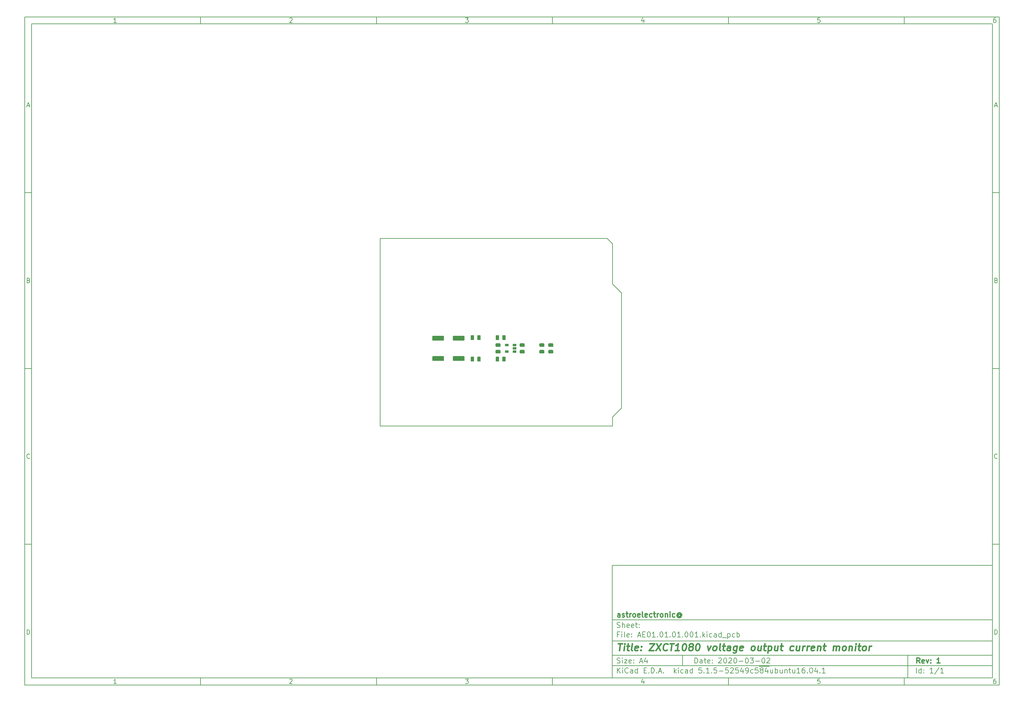
<source format=gbr>
G04 #@! TF.GenerationSoftware,KiCad,Pcbnew,5.1.5-52549c5~84~ubuntu16.04.1*
G04 #@! TF.CreationDate,2020-03-02T18:44:08+01:00*
G04 #@! TF.ProjectId,AE01.01.01.001,41453031-2e30-4312-9e30-312e3030312e,1*
G04 #@! TF.SameCoordinates,Original*
G04 #@! TF.FileFunction,Paste,Top*
G04 #@! TF.FilePolarity,Positive*
%FSLAX46Y46*%
G04 Gerber Fmt 4.6, Leading zero omitted, Abs format (unit mm)*
G04 Created by KiCad (PCBNEW 5.1.5-52549c5~84~ubuntu16.04.1) date 2020-03-02 18:44:08*
%MOMM*%
%LPD*%
G04 APERTURE LIST*
%ADD10C,0.100000*%
%ADD11C,0.150000*%
%ADD12C,0.300000*%
%ADD13C,0.400000*%
%ADD14R,1.060000X0.650000*%
G04 APERTURE END LIST*
D10*
D11*
X177002200Y-166007200D02*
X177002200Y-198007200D01*
X285002200Y-198007200D01*
X285002200Y-166007200D01*
X177002200Y-166007200D01*
D10*
D11*
X10000000Y-10000000D02*
X10000000Y-200007200D01*
X287002200Y-200007200D01*
X287002200Y-10000000D01*
X10000000Y-10000000D01*
D10*
D11*
X12000000Y-12000000D02*
X12000000Y-198007200D01*
X285002200Y-198007200D01*
X285002200Y-12000000D01*
X12000000Y-12000000D01*
D10*
D11*
X60000000Y-12000000D02*
X60000000Y-10000000D01*
D10*
D11*
X110000000Y-12000000D02*
X110000000Y-10000000D01*
D10*
D11*
X160000000Y-12000000D02*
X160000000Y-10000000D01*
D10*
D11*
X210000000Y-12000000D02*
X210000000Y-10000000D01*
D10*
D11*
X260000000Y-12000000D02*
X260000000Y-10000000D01*
D10*
D11*
X36065476Y-11588095D02*
X35322619Y-11588095D01*
X35694047Y-11588095D02*
X35694047Y-10288095D01*
X35570238Y-10473809D01*
X35446428Y-10597619D01*
X35322619Y-10659523D01*
D10*
D11*
X85322619Y-10411904D02*
X85384523Y-10350000D01*
X85508333Y-10288095D01*
X85817857Y-10288095D01*
X85941666Y-10350000D01*
X86003571Y-10411904D01*
X86065476Y-10535714D01*
X86065476Y-10659523D01*
X86003571Y-10845238D01*
X85260714Y-11588095D01*
X86065476Y-11588095D01*
D10*
D11*
X135260714Y-10288095D02*
X136065476Y-10288095D01*
X135632142Y-10783333D01*
X135817857Y-10783333D01*
X135941666Y-10845238D01*
X136003571Y-10907142D01*
X136065476Y-11030952D01*
X136065476Y-11340476D01*
X136003571Y-11464285D01*
X135941666Y-11526190D01*
X135817857Y-11588095D01*
X135446428Y-11588095D01*
X135322619Y-11526190D01*
X135260714Y-11464285D01*
D10*
D11*
X185941666Y-10721428D02*
X185941666Y-11588095D01*
X185632142Y-10226190D02*
X185322619Y-11154761D01*
X186127380Y-11154761D01*
D10*
D11*
X236003571Y-10288095D02*
X235384523Y-10288095D01*
X235322619Y-10907142D01*
X235384523Y-10845238D01*
X235508333Y-10783333D01*
X235817857Y-10783333D01*
X235941666Y-10845238D01*
X236003571Y-10907142D01*
X236065476Y-11030952D01*
X236065476Y-11340476D01*
X236003571Y-11464285D01*
X235941666Y-11526190D01*
X235817857Y-11588095D01*
X235508333Y-11588095D01*
X235384523Y-11526190D01*
X235322619Y-11464285D01*
D10*
D11*
X285941666Y-10288095D02*
X285694047Y-10288095D01*
X285570238Y-10350000D01*
X285508333Y-10411904D01*
X285384523Y-10597619D01*
X285322619Y-10845238D01*
X285322619Y-11340476D01*
X285384523Y-11464285D01*
X285446428Y-11526190D01*
X285570238Y-11588095D01*
X285817857Y-11588095D01*
X285941666Y-11526190D01*
X286003571Y-11464285D01*
X286065476Y-11340476D01*
X286065476Y-11030952D01*
X286003571Y-10907142D01*
X285941666Y-10845238D01*
X285817857Y-10783333D01*
X285570238Y-10783333D01*
X285446428Y-10845238D01*
X285384523Y-10907142D01*
X285322619Y-11030952D01*
D10*
D11*
X60000000Y-198007200D02*
X60000000Y-200007200D01*
D10*
D11*
X110000000Y-198007200D02*
X110000000Y-200007200D01*
D10*
D11*
X160000000Y-198007200D02*
X160000000Y-200007200D01*
D10*
D11*
X210000000Y-198007200D02*
X210000000Y-200007200D01*
D10*
D11*
X260000000Y-198007200D02*
X260000000Y-200007200D01*
D10*
D11*
X36065476Y-199595295D02*
X35322619Y-199595295D01*
X35694047Y-199595295D02*
X35694047Y-198295295D01*
X35570238Y-198481009D01*
X35446428Y-198604819D01*
X35322619Y-198666723D01*
D10*
D11*
X85322619Y-198419104D02*
X85384523Y-198357200D01*
X85508333Y-198295295D01*
X85817857Y-198295295D01*
X85941666Y-198357200D01*
X86003571Y-198419104D01*
X86065476Y-198542914D01*
X86065476Y-198666723D01*
X86003571Y-198852438D01*
X85260714Y-199595295D01*
X86065476Y-199595295D01*
D10*
D11*
X135260714Y-198295295D02*
X136065476Y-198295295D01*
X135632142Y-198790533D01*
X135817857Y-198790533D01*
X135941666Y-198852438D01*
X136003571Y-198914342D01*
X136065476Y-199038152D01*
X136065476Y-199347676D01*
X136003571Y-199471485D01*
X135941666Y-199533390D01*
X135817857Y-199595295D01*
X135446428Y-199595295D01*
X135322619Y-199533390D01*
X135260714Y-199471485D01*
D10*
D11*
X185941666Y-198728628D02*
X185941666Y-199595295D01*
X185632142Y-198233390D02*
X185322619Y-199161961D01*
X186127380Y-199161961D01*
D10*
D11*
X236003571Y-198295295D02*
X235384523Y-198295295D01*
X235322619Y-198914342D01*
X235384523Y-198852438D01*
X235508333Y-198790533D01*
X235817857Y-198790533D01*
X235941666Y-198852438D01*
X236003571Y-198914342D01*
X236065476Y-199038152D01*
X236065476Y-199347676D01*
X236003571Y-199471485D01*
X235941666Y-199533390D01*
X235817857Y-199595295D01*
X235508333Y-199595295D01*
X235384523Y-199533390D01*
X235322619Y-199471485D01*
D10*
D11*
X285941666Y-198295295D02*
X285694047Y-198295295D01*
X285570238Y-198357200D01*
X285508333Y-198419104D01*
X285384523Y-198604819D01*
X285322619Y-198852438D01*
X285322619Y-199347676D01*
X285384523Y-199471485D01*
X285446428Y-199533390D01*
X285570238Y-199595295D01*
X285817857Y-199595295D01*
X285941666Y-199533390D01*
X286003571Y-199471485D01*
X286065476Y-199347676D01*
X286065476Y-199038152D01*
X286003571Y-198914342D01*
X285941666Y-198852438D01*
X285817857Y-198790533D01*
X285570238Y-198790533D01*
X285446428Y-198852438D01*
X285384523Y-198914342D01*
X285322619Y-199038152D01*
D10*
D11*
X10000000Y-60000000D02*
X12000000Y-60000000D01*
D10*
D11*
X10000000Y-110000000D02*
X12000000Y-110000000D01*
D10*
D11*
X10000000Y-160000000D02*
X12000000Y-160000000D01*
D10*
D11*
X10690476Y-35216666D02*
X11309523Y-35216666D01*
X10566666Y-35588095D02*
X11000000Y-34288095D01*
X11433333Y-35588095D01*
D10*
D11*
X11092857Y-84907142D02*
X11278571Y-84969047D01*
X11340476Y-85030952D01*
X11402380Y-85154761D01*
X11402380Y-85340476D01*
X11340476Y-85464285D01*
X11278571Y-85526190D01*
X11154761Y-85588095D01*
X10659523Y-85588095D01*
X10659523Y-84288095D01*
X11092857Y-84288095D01*
X11216666Y-84350000D01*
X11278571Y-84411904D01*
X11340476Y-84535714D01*
X11340476Y-84659523D01*
X11278571Y-84783333D01*
X11216666Y-84845238D01*
X11092857Y-84907142D01*
X10659523Y-84907142D01*
D10*
D11*
X11402380Y-135464285D02*
X11340476Y-135526190D01*
X11154761Y-135588095D01*
X11030952Y-135588095D01*
X10845238Y-135526190D01*
X10721428Y-135402380D01*
X10659523Y-135278571D01*
X10597619Y-135030952D01*
X10597619Y-134845238D01*
X10659523Y-134597619D01*
X10721428Y-134473809D01*
X10845238Y-134350000D01*
X11030952Y-134288095D01*
X11154761Y-134288095D01*
X11340476Y-134350000D01*
X11402380Y-134411904D01*
D10*
D11*
X10659523Y-185588095D02*
X10659523Y-184288095D01*
X10969047Y-184288095D01*
X11154761Y-184350000D01*
X11278571Y-184473809D01*
X11340476Y-184597619D01*
X11402380Y-184845238D01*
X11402380Y-185030952D01*
X11340476Y-185278571D01*
X11278571Y-185402380D01*
X11154761Y-185526190D01*
X10969047Y-185588095D01*
X10659523Y-185588095D01*
D10*
D11*
X287002200Y-60000000D02*
X285002200Y-60000000D01*
D10*
D11*
X287002200Y-110000000D02*
X285002200Y-110000000D01*
D10*
D11*
X287002200Y-160000000D02*
X285002200Y-160000000D01*
D10*
D11*
X285692676Y-35216666D02*
X286311723Y-35216666D01*
X285568866Y-35588095D02*
X286002200Y-34288095D01*
X286435533Y-35588095D01*
D10*
D11*
X286095057Y-84907142D02*
X286280771Y-84969047D01*
X286342676Y-85030952D01*
X286404580Y-85154761D01*
X286404580Y-85340476D01*
X286342676Y-85464285D01*
X286280771Y-85526190D01*
X286156961Y-85588095D01*
X285661723Y-85588095D01*
X285661723Y-84288095D01*
X286095057Y-84288095D01*
X286218866Y-84350000D01*
X286280771Y-84411904D01*
X286342676Y-84535714D01*
X286342676Y-84659523D01*
X286280771Y-84783333D01*
X286218866Y-84845238D01*
X286095057Y-84907142D01*
X285661723Y-84907142D01*
D10*
D11*
X286404580Y-135464285D02*
X286342676Y-135526190D01*
X286156961Y-135588095D01*
X286033152Y-135588095D01*
X285847438Y-135526190D01*
X285723628Y-135402380D01*
X285661723Y-135278571D01*
X285599819Y-135030952D01*
X285599819Y-134845238D01*
X285661723Y-134597619D01*
X285723628Y-134473809D01*
X285847438Y-134350000D01*
X286033152Y-134288095D01*
X286156961Y-134288095D01*
X286342676Y-134350000D01*
X286404580Y-134411904D01*
D10*
D11*
X285661723Y-185588095D02*
X285661723Y-184288095D01*
X285971247Y-184288095D01*
X286156961Y-184350000D01*
X286280771Y-184473809D01*
X286342676Y-184597619D01*
X286404580Y-184845238D01*
X286404580Y-185030952D01*
X286342676Y-185278571D01*
X286280771Y-185402380D01*
X286156961Y-185526190D01*
X285971247Y-185588095D01*
X285661723Y-185588095D01*
D10*
D11*
X200434342Y-193785771D02*
X200434342Y-192285771D01*
X200791485Y-192285771D01*
X201005771Y-192357200D01*
X201148628Y-192500057D01*
X201220057Y-192642914D01*
X201291485Y-192928628D01*
X201291485Y-193142914D01*
X201220057Y-193428628D01*
X201148628Y-193571485D01*
X201005771Y-193714342D01*
X200791485Y-193785771D01*
X200434342Y-193785771D01*
X202577200Y-193785771D02*
X202577200Y-193000057D01*
X202505771Y-192857200D01*
X202362914Y-192785771D01*
X202077200Y-192785771D01*
X201934342Y-192857200D01*
X202577200Y-193714342D02*
X202434342Y-193785771D01*
X202077200Y-193785771D01*
X201934342Y-193714342D01*
X201862914Y-193571485D01*
X201862914Y-193428628D01*
X201934342Y-193285771D01*
X202077200Y-193214342D01*
X202434342Y-193214342D01*
X202577200Y-193142914D01*
X203077200Y-192785771D02*
X203648628Y-192785771D01*
X203291485Y-192285771D02*
X203291485Y-193571485D01*
X203362914Y-193714342D01*
X203505771Y-193785771D01*
X203648628Y-193785771D01*
X204720057Y-193714342D02*
X204577200Y-193785771D01*
X204291485Y-193785771D01*
X204148628Y-193714342D01*
X204077200Y-193571485D01*
X204077200Y-193000057D01*
X204148628Y-192857200D01*
X204291485Y-192785771D01*
X204577200Y-192785771D01*
X204720057Y-192857200D01*
X204791485Y-193000057D01*
X204791485Y-193142914D01*
X204077200Y-193285771D01*
X205434342Y-193642914D02*
X205505771Y-193714342D01*
X205434342Y-193785771D01*
X205362914Y-193714342D01*
X205434342Y-193642914D01*
X205434342Y-193785771D01*
X205434342Y-192857200D02*
X205505771Y-192928628D01*
X205434342Y-193000057D01*
X205362914Y-192928628D01*
X205434342Y-192857200D01*
X205434342Y-193000057D01*
X207220057Y-192428628D02*
X207291485Y-192357200D01*
X207434342Y-192285771D01*
X207791485Y-192285771D01*
X207934342Y-192357200D01*
X208005771Y-192428628D01*
X208077200Y-192571485D01*
X208077200Y-192714342D01*
X208005771Y-192928628D01*
X207148628Y-193785771D01*
X208077200Y-193785771D01*
X209005771Y-192285771D02*
X209148628Y-192285771D01*
X209291485Y-192357200D01*
X209362914Y-192428628D01*
X209434342Y-192571485D01*
X209505771Y-192857200D01*
X209505771Y-193214342D01*
X209434342Y-193500057D01*
X209362914Y-193642914D01*
X209291485Y-193714342D01*
X209148628Y-193785771D01*
X209005771Y-193785771D01*
X208862914Y-193714342D01*
X208791485Y-193642914D01*
X208720057Y-193500057D01*
X208648628Y-193214342D01*
X208648628Y-192857200D01*
X208720057Y-192571485D01*
X208791485Y-192428628D01*
X208862914Y-192357200D01*
X209005771Y-192285771D01*
X210077200Y-192428628D02*
X210148628Y-192357200D01*
X210291485Y-192285771D01*
X210648628Y-192285771D01*
X210791485Y-192357200D01*
X210862914Y-192428628D01*
X210934342Y-192571485D01*
X210934342Y-192714342D01*
X210862914Y-192928628D01*
X210005771Y-193785771D01*
X210934342Y-193785771D01*
X211862914Y-192285771D02*
X212005771Y-192285771D01*
X212148628Y-192357200D01*
X212220057Y-192428628D01*
X212291485Y-192571485D01*
X212362914Y-192857200D01*
X212362914Y-193214342D01*
X212291485Y-193500057D01*
X212220057Y-193642914D01*
X212148628Y-193714342D01*
X212005771Y-193785771D01*
X211862914Y-193785771D01*
X211720057Y-193714342D01*
X211648628Y-193642914D01*
X211577200Y-193500057D01*
X211505771Y-193214342D01*
X211505771Y-192857200D01*
X211577200Y-192571485D01*
X211648628Y-192428628D01*
X211720057Y-192357200D01*
X211862914Y-192285771D01*
X213005771Y-193214342D02*
X214148628Y-193214342D01*
X215148628Y-192285771D02*
X215291485Y-192285771D01*
X215434342Y-192357200D01*
X215505771Y-192428628D01*
X215577200Y-192571485D01*
X215648628Y-192857200D01*
X215648628Y-193214342D01*
X215577200Y-193500057D01*
X215505771Y-193642914D01*
X215434342Y-193714342D01*
X215291485Y-193785771D01*
X215148628Y-193785771D01*
X215005771Y-193714342D01*
X214934342Y-193642914D01*
X214862914Y-193500057D01*
X214791485Y-193214342D01*
X214791485Y-192857200D01*
X214862914Y-192571485D01*
X214934342Y-192428628D01*
X215005771Y-192357200D01*
X215148628Y-192285771D01*
X216148628Y-192285771D02*
X217077200Y-192285771D01*
X216577200Y-192857200D01*
X216791485Y-192857200D01*
X216934342Y-192928628D01*
X217005771Y-193000057D01*
X217077200Y-193142914D01*
X217077200Y-193500057D01*
X217005771Y-193642914D01*
X216934342Y-193714342D01*
X216791485Y-193785771D01*
X216362914Y-193785771D01*
X216220057Y-193714342D01*
X216148628Y-193642914D01*
X217720057Y-193214342D02*
X218862914Y-193214342D01*
X219862914Y-192285771D02*
X220005771Y-192285771D01*
X220148628Y-192357200D01*
X220220057Y-192428628D01*
X220291485Y-192571485D01*
X220362914Y-192857200D01*
X220362914Y-193214342D01*
X220291485Y-193500057D01*
X220220057Y-193642914D01*
X220148628Y-193714342D01*
X220005771Y-193785771D01*
X219862914Y-193785771D01*
X219720057Y-193714342D01*
X219648628Y-193642914D01*
X219577200Y-193500057D01*
X219505771Y-193214342D01*
X219505771Y-192857200D01*
X219577200Y-192571485D01*
X219648628Y-192428628D01*
X219720057Y-192357200D01*
X219862914Y-192285771D01*
X220934342Y-192428628D02*
X221005771Y-192357200D01*
X221148628Y-192285771D01*
X221505771Y-192285771D01*
X221648628Y-192357200D01*
X221720057Y-192428628D01*
X221791485Y-192571485D01*
X221791485Y-192714342D01*
X221720057Y-192928628D01*
X220862914Y-193785771D01*
X221791485Y-193785771D01*
D10*
D11*
X177002200Y-194507200D02*
X285002200Y-194507200D01*
D10*
D11*
X178434342Y-196585771D02*
X178434342Y-195085771D01*
X179291485Y-196585771D02*
X178648628Y-195728628D01*
X179291485Y-195085771D02*
X178434342Y-195942914D01*
X179934342Y-196585771D02*
X179934342Y-195585771D01*
X179934342Y-195085771D02*
X179862914Y-195157200D01*
X179934342Y-195228628D01*
X180005771Y-195157200D01*
X179934342Y-195085771D01*
X179934342Y-195228628D01*
X181505771Y-196442914D02*
X181434342Y-196514342D01*
X181220057Y-196585771D01*
X181077200Y-196585771D01*
X180862914Y-196514342D01*
X180720057Y-196371485D01*
X180648628Y-196228628D01*
X180577200Y-195942914D01*
X180577200Y-195728628D01*
X180648628Y-195442914D01*
X180720057Y-195300057D01*
X180862914Y-195157200D01*
X181077200Y-195085771D01*
X181220057Y-195085771D01*
X181434342Y-195157200D01*
X181505771Y-195228628D01*
X182791485Y-196585771D02*
X182791485Y-195800057D01*
X182720057Y-195657200D01*
X182577200Y-195585771D01*
X182291485Y-195585771D01*
X182148628Y-195657200D01*
X182791485Y-196514342D02*
X182648628Y-196585771D01*
X182291485Y-196585771D01*
X182148628Y-196514342D01*
X182077200Y-196371485D01*
X182077200Y-196228628D01*
X182148628Y-196085771D01*
X182291485Y-196014342D01*
X182648628Y-196014342D01*
X182791485Y-195942914D01*
X184148628Y-196585771D02*
X184148628Y-195085771D01*
X184148628Y-196514342D02*
X184005771Y-196585771D01*
X183720057Y-196585771D01*
X183577200Y-196514342D01*
X183505771Y-196442914D01*
X183434342Y-196300057D01*
X183434342Y-195871485D01*
X183505771Y-195728628D01*
X183577200Y-195657200D01*
X183720057Y-195585771D01*
X184005771Y-195585771D01*
X184148628Y-195657200D01*
X186005771Y-195800057D02*
X186505771Y-195800057D01*
X186720057Y-196585771D02*
X186005771Y-196585771D01*
X186005771Y-195085771D01*
X186720057Y-195085771D01*
X187362914Y-196442914D02*
X187434342Y-196514342D01*
X187362914Y-196585771D01*
X187291485Y-196514342D01*
X187362914Y-196442914D01*
X187362914Y-196585771D01*
X188077200Y-196585771D02*
X188077200Y-195085771D01*
X188434342Y-195085771D01*
X188648628Y-195157200D01*
X188791485Y-195300057D01*
X188862914Y-195442914D01*
X188934342Y-195728628D01*
X188934342Y-195942914D01*
X188862914Y-196228628D01*
X188791485Y-196371485D01*
X188648628Y-196514342D01*
X188434342Y-196585771D01*
X188077200Y-196585771D01*
X189577200Y-196442914D02*
X189648628Y-196514342D01*
X189577200Y-196585771D01*
X189505771Y-196514342D01*
X189577200Y-196442914D01*
X189577200Y-196585771D01*
X190220057Y-196157200D02*
X190934342Y-196157200D01*
X190077200Y-196585771D02*
X190577200Y-195085771D01*
X191077200Y-196585771D01*
X191577200Y-196442914D02*
X191648628Y-196514342D01*
X191577200Y-196585771D01*
X191505771Y-196514342D01*
X191577200Y-196442914D01*
X191577200Y-196585771D01*
X194577200Y-196585771D02*
X194577200Y-195085771D01*
X194720057Y-196014342D02*
X195148628Y-196585771D01*
X195148628Y-195585771D02*
X194577200Y-196157200D01*
X195791485Y-196585771D02*
X195791485Y-195585771D01*
X195791485Y-195085771D02*
X195720057Y-195157200D01*
X195791485Y-195228628D01*
X195862914Y-195157200D01*
X195791485Y-195085771D01*
X195791485Y-195228628D01*
X197148628Y-196514342D02*
X197005771Y-196585771D01*
X196720057Y-196585771D01*
X196577200Y-196514342D01*
X196505771Y-196442914D01*
X196434342Y-196300057D01*
X196434342Y-195871485D01*
X196505771Y-195728628D01*
X196577200Y-195657200D01*
X196720057Y-195585771D01*
X197005771Y-195585771D01*
X197148628Y-195657200D01*
X198434342Y-196585771D02*
X198434342Y-195800057D01*
X198362914Y-195657200D01*
X198220057Y-195585771D01*
X197934342Y-195585771D01*
X197791485Y-195657200D01*
X198434342Y-196514342D02*
X198291485Y-196585771D01*
X197934342Y-196585771D01*
X197791485Y-196514342D01*
X197720057Y-196371485D01*
X197720057Y-196228628D01*
X197791485Y-196085771D01*
X197934342Y-196014342D01*
X198291485Y-196014342D01*
X198434342Y-195942914D01*
X199791485Y-196585771D02*
X199791485Y-195085771D01*
X199791485Y-196514342D02*
X199648628Y-196585771D01*
X199362914Y-196585771D01*
X199220057Y-196514342D01*
X199148628Y-196442914D01*
X199077200Y-196300057D01*
X199077200Y-195871485D01*
X199148628Y-195728628D01*
X199220057Y-195657200D01*
X199362914Y-195585771D01*
X199648628Y-195585771D01*
X199791485Y-195657200D01*
X202362914Y-195085771D02*
X201648628Y-195085771D01*
X201577200Y-195800057D01*
X201648628Y-195728628D01*
X201791485Y-195657200D01*
X202148628Y-195657200D01*
X202291485Y-195728628D01*
X202362914Y-195800057D01*
X202434342Y-195942914D01*
X202434342Y-196300057D01*
X202362914Y-196442914D01*
X202291485Y-196514342D01*
X202148628Y-196585771D01*
X201791485Y-196585771D01*
X201648628Y-196514342D01*
X201577200Y-196442914D01*
X203077200Y-196442914D02*
X203148628Y-196514342D01*
X203077200Y-196585771D01*
X203005771Y-196514342D01*
X203077200Y-196442914D01*
X203077200Y-196585771D01*
X204577200Y-196585771D02*
X203720057Y-196585771D01*
X204148628Y-196585771D02*
X204148628Y-195085771D01*
X204005771Y-195300057D01*
X203862914Y-195442914D01*
X203720057Y-195514342D01*
X205220057Y-196442914D02*
X205291485Y-196514342D01*
X205220057Y-196585771D01*
X205148628Y-196514342D01*
X205220057Y-196442914D01*
X205220057Y-196585771D01*
X206648628Y-195085771D02*
X205934342Y-195085771D01*
X205862914Y-195800057D01*
X205934342Y-195728628D01*
X206077200Y-195657200D01*
X206434342Y-195657200D01*
X206577200Y-195728628D01*
X206648628Y-195800057D01*
X206720057Y-195942914D01*
X206720057Y-196300057D01*
X206648628Y-196442914D01*
X206577200Y-196514342D01*
X206434342Y-196585771D01*
X206077200Y-196585771D01*
X205934342Y-196514342D01*
X205862914Y-196442914D01*
X207362914Y-196014342D02*
X208505771Y-196014342D01*
X209934342Y-195085771D02*
X209220057Y-195085771D01*
X209148628Y-195800057D01*
X209220057Y-195728628D01*
X209362914Y-195657200D01*
X209720057Y-195657200D01*
X209862914Y-195728628D01*
X209934342Y-195800057D01*
X210005771Y-195942914D01*
X210005771Y-196300057D01*
X209934342Y-196442914D01*
X209862914Y-196514342D01*
X209720057Y-196585771D01*
X209362914Y-196585771D01*
X209220057Y-196514342D01*
X209148628Y-196442914D01*
X210577200Y-195228628D02*
X210648628Y-195157200D01*
X210791485Y-195085771D01*
X211148628Y-195085771D01*
X211291485Y-195157200D01*
X211362914Y-195228628D01*
X211434342Y-195371485D01*
X211434342Y-195514342D01*
X211362914Y-195728628D01*
X210505771Y-196585771D01*
X211434342Y-196585771D01*
X212791485Y-195085771D02*
X212077200Y-195085771D01*
X212005771Y-195800057D01*
X212077200Y-195728628D01*
X212220057Y-195657200D01*
X212577200Y-195657200D01*
X212720057Y-195728628D01*
X212791485Y-195800057D01*
X212862914Y-195942914D01*
X212862914Y-196300057D01*
X212791485Y-196442914D01*
X212720057Y-196514342D01*
X212577200Y-196585771D01*
X212220057Y-196585771D01*
X212077200Y-196514342D01*
X212005771Y-196442914D01*
X214148628Y-195585771D02*
X214148628Y-196585771D01*
X213791485Y-195014342D02*
X213434342Y-196085771D01*
X214362914Y-196085771D01*
X215005771Y-196585771D02*
X215291485Y-196585771D01*
X215434342Y-196514342D01*
X215505771Y-196442914D01*
X215648628Y-196228628D01*
X215720057Y-195942914D01*
X215720057Y-195371485D01*
X215648628Y-195228628D01*
X215577200Y-195157200D01*
X215434342Y-195085771D01*
X215148628Y-195085771D01*
X215005771Y-195157200D01*
X214934342Y-195228628D01*
X214862914Y-195371485D01*
X214862914Y-195728628D01*
X214934342Y-195871485D01*
X215005771Y-195942914D01*
X215148628Y-196014342D01*
X215434342Y-196014342D01*
X215577200Y-195942914D01*
X215648628Y-195871485D01*
X215720057Y-195728628D01*
X217005771Y-196514342D02*
X216862914Y-196585771D01*
X216577200Y-196585771D01*
X216434342Y-196514342D01*
X216362914Y-196442914D01*
X216291485Y-196300057D01*
X216291485Y-195871485D01*
X216362914Y-195728628D01*
X216434342Y-195657200D01*
X216577200Y-195585771D01*
X216862914Y-195585771D01*
X217005771Y-195657200D01*
X218362914Y-195085771D02*
X217648628Y-195085771D01*
X217577200Y-195800057D01*
X217648628Y-195728628D01*
X217791485Y-195657200D01*
X218148628Y-195657200D01*
X218291485Y-195728628D01*
X218362914Y-195800057D01*
X218434342Y-195942914D01*
X218434342Y-196300057D01*
X218362914Y-196442914D01*
X218291485Y-196514342D01*
X218148628Y-196585771D01*
X217791485Y-196585771D01*
X217648628Y-196514342D01*
X217577200Y-196442914D01*
X218720057Y-194677200D02*
X220148628Y-194677200D01*
X219291485Y-195728628D02*
X219148628Y-195657200D01*
X219077200Y-195585771D01*
X219005771Y-195442914D01*
X219005771Y-195371485D01*
X219077200Y-195228628D01*
X219148628Y-195157200D01*
X219291485Y-195085771D01*
X219577200Y-195085771D01*
X219720057Y-195157200D01*
X219791485Y-195228628D01*
X219862914Y-195371485D01*
X219862914Y-195442914D01*
X219791485Y-195585771D01*
X219720057Y-195657200D01*
X219577200Y-195728628D01*
X219291485Y-195728628D01*
X219148628Y-195800057D01*
X219077200Y-195871485D01*
X219005771Y-196014342D01*
X219005771Y-196300057D01*
X219077200Y-196442914D01*
X219148628Y-196514342D01*
X219291485Y-196585771D01*
X219577200Y-196585771D01*
X219720057Y-196514342D01*
X219791485Y-196442914D01*
X219862914Y-196300057D01*
X219862914Y-196014342D01*
X219791485Y-195871485D01*
X219720057Y-195800057D01*
X219577200Y-195728628D01*
X220148628Y-194677200D02*
X221577199Y-194677200D01*
X221148628Y-195585771D02*
X221148628Y-196585771D01*
X220791485Y-195014342D02*
X220434342Y-196085771D01*
X221362914Y-196085771D01*
X222577199Y-195585771D02*
X222577199Y-196585771D01*
X221934342Y-195585771D02*
X221934342Y-196371485D01*
X222005771Y-196514342D01*
X222148628Y-196585771D01*
X222362914Y-196585771D01*
X222505771Y-196514342D01*
X222577199Y-196442914D01*
X223291485Y-196585771D02*
X223291485Y-195085771D01*
X223291485Y-195657200D02*
X223434342Y-195585771D01*
X223720057Y-195585771D01*
X223862914Y-195657200D01*
X223934342Y-195728628D01*
X224005771Y-195871485D01*
X224005771Y-196300057D01*
X223934342Y-196442914D01*
X223862914Y-196514342D01*
X223720057Y-196585771D01*
X223434342Y-196585771D01*
X223291485Y-196514342D01*
X225291485Y-195585771D02*
X225291485Y-196585771D01*
X224648628Y-195585771D02*
X224648628Y-196371485D01*
X224720057Y-196514342D01*
X224862914Y-196585771D01*
X225077199Y-196585771D01*
X225220057Y-196514342D01*
X225291485Y-196442914D01*
X226005771Y-195585771D02*
X226005771Y-196585771D01*
X226005771Y-195728628D02*
X226077199Y-195657200D01*
X226220057Y-195585771D01*
X226434342Y-195585771D01*
X226577199Y-195657200D01*
X226648628Y-195800057D01*
X226648628Y-196585771D01*
X227148628Y-195585771D02*
X227720057Y-195585771D01*
X227362914Y-195085771D02*
X227362914Y-196371485D01*
X227434342Y-196514342D01*
X227577200Y-196585771D01*
X227720057Y-196585771D01*
X228862914Y-195585771D02*
X228862914Y-196585771D01*
X228220057Y-195585771D02*
X228220057Y-196371485D01*
X228291485Y-196514342D01*
X228434342Y-196585771D01*
X228648628Y-196585771D01*
X228791485Y-196514342D01*
X228862914Y-196442914D01*
X230362914Y-196585771D02*
X229505771Y-196585771D01*
X229934342Y-196585771D02*
X229934342Y-195085771D01*
X229791485Y-195300057D01*
X229648628Y-195442914D01*
X229505771Y-195514342D01*
X231648628Y-195085771D02*
X231362914Y-195085771D01*
X231220057Y-195157200D01*
X231148628Y-195228628D01*
X231005771Y-195442914D01*
X230934342Y-195728628D01*
X230934342Y-196300057D01*
X231005771Y-196442914D01*
X231077199Y-196514342D01*
X231220057Y-196585771D01*
X231505771Y-196585771D01*
X231648628Y-196514342D01*
X231720057Y-196442914D01*
X231791485Y-196300057D01*
X231791485Y-195942914D01*
X231720057Y-195800057D01*
X231648628Y-195728628D01*
X231505771Y-195657200D01*
X231220057Y-195657200D01*
X231077199Y-195728628D01*
X231005771Y-195800057D01*
X230934342Y-195942914D01*
X232434342Y-196442914D02*
X232505771Y-196514342D01*
X232434342Y-196585771D01*
X232362914Y-196514342D01*
X232434342Y-196442914D01*
X232434342Y-196585771D01*
X233434342Y-195085771D02*
X233577199Y-195085771D01*
X233720057Y-195157200D01*
X233791485Y-195228628D01*
X233862914Y-195371485D01*
X233934342Y-195657200D01*
X233934342Y-196014342D01*
X233862914Y-196300057D01*
X233791485Y-196442914D01*
X233720057Y-196514342D01*
X233577199Y-196585771D01*
X233434342Y-196585771D01*
X233291485Y-196514342D01*
X233220057Y-196442914D01*
X233148628Y-196300057D01*
X233077199Y-196014342D01*
X233077199Y-195657200D01*
X233148628Y-195371485D01*
X233220057Y-195228628D01*
X233291485Y-195157200D01*
X233434342Y-195085771D01*
X235220057Y-195585771D02*
X235220057Y-196585771D01*
X234862914Y-195014342D02*
X234505771Y-196085771D01*
X235434342Y-196085771D01*
X236005771Y-196442914D02*
X236077199Y-196514342D01*
X236005771Y-196585771D01*
X235934342Y-196514342D01*
X236005771Y-196442914D01*
X236005771Y-196585771D01*
X237505771Y-196585771D02*
X236648628Y-196585771D01*
X237077199Y-196585771D02*
X237077199Y-195085771D01*
X236934342Y-195300057D01*
X236791485Y-195442914D01*
X236648628Y-195514342D01*
D10*
D11*
X177002200Y-191507200D02*
X285002200Y-191507200D01*
D10*
D12*
X264411485Y-193785771D02*
X263911485Y-193071485D01*
X263554342Y-193785771D02*
X263554342Y-192285771D01*
X264125771Y-192285771D01*
X264268628Y-192357200D01*
X264340057Y-192428628D01*
X264411485Y-192571485D01*
X264411485Y-192785771D01*
X264340057Y-192928628D01*
X264268628Y-193000057D01*
X264125771Y-193071485D01*
X263554342Y-193071485D01*
X265625771Y-193714342D02*
X265482914Y-193785771D01*
X265197200Y-193785771D01*
X265054342Y-193714342D01*
X264982914Y-193571485D01*
X264982914Y-193000057D01*
X265054342Y-192857200D01*
X265197200Y-192785771D01*
X265482914Y-192785771D01*
X265625771Y-192857200D01*
X265697200Y-193000057D01*
X265697200Y-193142914D01*
X264982914Y-193285771D01*
X266197200Y-192785771D02*
X266554342Y-193785771D01*
X266911485Y-192785771D01*
X267482914Y-193642914D02*
X267554342Y-193714342D01*
X267482914Y-193785771D01*
X267411485Y-193714342D01*
X267482914Y-193642914D01*
X267482914Y-193785771D01*
X267482914Y-192857200D02*
X267554342Y-192928628D01*
X267482914Y-193000057D01*
X267411485Y-192928628D01*
X267482914Y-192857200D01*
X267482914Y-193000057D01*
X270125771Y-193785771D02*
X269268628Y-193785771D01*
X269697200Y-193785771D02*
X269697200Y-192285771D01*
X269554342Y-192500057D01*
X269411485Y-192642914D01*
X269268628Y-192714342D01*
D10*
D11*
X178362914Y-193714342D02*
X178577200Y-193785771D01*
X178934342Y-193785771D01*
X179077200Y-193714342D01*
X179148628Y-193642914D01*
X179220057Y-193500057D01*
X179220057Y-193357200D01*
X179148628Y-193214342D01*
X179077200Y-193142914D01*
X178934342Y-193071485D01*
X178648628Y-193000057D01*
X178505771Y-192928628D01*
X178434342Y-192857200D01*
X178362914Y-192714342D01*
X178362914Y-192571485D01*
X178434342Y-192428628D01*
X178505771Y-192357200D01*
X178648628Y-192285771D01*
X179005771Y-192285771D01*
X179220057Y-192357200D01*
X179862914Y-193785771D02*
X179862914Y-192785771D01*
X179862914Y-192285771D02*
X179791485Y-192357200D01*
X179862914Y-192428628D01*
X179934342Y-192357200D01*
X179862914Y-192285771D01*
X179862914Y-192428628D01*
X180434342Y-192785771D02*
X181220057Y-192785771D01*
X180434342Y-193785771D01*
X181220057Y-193785771D01*
X182362914Y-193714342D02*
X182220057Y-193785771D01*
X181934342Y-193785771D01*
X181791485Y-193714342D01*
X181720057Y-193571485D01*
X181720057Y-193000057D01*
X181791485Y-192857200D01*
X181934342Y-192785771D01*
X182220057Y-192785771D01*
X182362914Y-192857200D01*
X182434342Y-193000057D01*
X182434342Y-193142914D01*
X181720057Y-193285771D01*
X183077200Y-193642914D02*
X183148628Y-193714342D01*
X183077200Y-193785771D01*
X183005771Y-193714342D01*
X183077200Y-193642914D01*
X183077200Y-193785771D01*
X183077200Y-192857200D02*
X183148628Y-192928628D01*
X183077200Y-193000057D01*
X183005771Y-192928628D01*
X183077200Y-192857200D01*
X183077200Y-193000057D01*
X184862914Y-193357200D02*
X185577200Y-193357200D01*
X184720057Y-193785771D02*
X185220057Y-192285771D01*
X185720057Y-193785771D01*
X186862914Y-192785771D02*
X186862914Y-193785771D01*
X186505771Y-192214342D02*
X186148628Y-193285771D01*
X187077200Y-193285771D01*
D10*
D11*
X263434342Y-196585771D02*
X263434342Y-195085771D01*
X264791485Y-196585771D02*
X264791485Y-195085771D01*
X264791485Y-196514342D02*
X264648628Y-196585771D01*
X264362914Y-196585771D01*
X264220057Y-196514342D01*
X264148628Y-196442914D01*
X264077200Y-196300057D01*
X264077200Y-195871485D01*
X264148628Y-195728628D01*
X264220057Y-195657200D01*
X264362914Y-195585771D01*
X264648628Y-195585771D01*
X264791485Y-195657200D01*
X265505771Y-196442914D02*
X265577200Y-196514342D01*
X265505771Y-196585771D01*
X265434342Y-196514342D01*
X265505771Y-196442914D01*
X265505771Y-196585771D01*
X265505771Y-195657200D02*
X265577200Y-195728628D01*
X265505771Y-195800057D01*
X265434342Y-195728628D01*
X265505771Y-195657200D01*
X265505771Y-195800057D01*
X268148628Y-196585771D02*
X267291485Y-196585771D01*
X267720057Y-196585771D02*
X267720057Y-195085771D01*
X267577200Y-195300057D01*
X267434342Y-195442914D01*
X267291485Y-195514342D01*
X269862914Y-195014342D02*
X268577200Y-196942914D01*
X271148628Y-196585771D02*
X270291485Y-196585771D01*
X270720057Y-196585771D02*
X270720057Y-195085771D01*
X270577200Y-195300057D01*
X270434342Y-195442914D01*
X270291485Y-195514342D01*
D10*
D11*
X177002200Y-187507200D02*
X285002200Y-187507200D01*
D10*
D13*
X178714580Y-188211961D02*
X179857438Y-188211961D01*
X179036009Y-190211961D02*
X179286009Y-188211961D01*
X180274104Y-190211961D02*
X180440771Y-188878628D01*
X180524104Y-188211961D02*
X180416961Y-188307200D01*
X180500295Y-188402438D01*
X180607438Y-188307200D01*
X180524104Y-188211961D01*
X180500295Y-188402438D01*
X181107438Y-188878628D02*
X181869342Y-188878628D01*
X181476485Y-188211961D02*
X181262200Y-189926247D01*
X181333628Y-190116723D01*
X181512200Y-190211961D01*
X181702676Y-190211961D01*
X182655057Y-190211961D02*
X182476485Y-190116723D01*
X182405057Y-189926247D01*
X182619342Y-188211961D01*
X184190771Y-190116723D02*
X183988390Y-190211961D01*
X183607438Y-190211961D01*
X183428866Y-190116723D01*
X183357438Y-189926247D01*
X183452676Y-189164342D01*
X183571723Y-188973866D01*
X183774104Y-188878628D01*
X184155057Y-188878628D01*
X184333628Y-188973866D01*
X184405057Y-189164342D01*
X184381247Y-189354819D01*
X183405057Y-189545295D01*
X185155057Y-190021485D02*
X185238390Y-190116723D01*
X185131247Y-190211961D01*
X185047914Y-190116723D01*
X185155057Y-190021485D01*
X185131247Y-190211961D01*
X185286009Y-188973866D02*
X185369342Y-189069104D01*
X185262200Y-189164342D01*
X185178866Y-189069104D01*
X185286009Y-188973866D01*
X185262200Y-189164342D01*
X187666961Y-188211961D02*
X189000295Y-188211961D01*
X187416961Y-190211961D01*
X188750295Y-190211961D01*
X189571723Y-188211961D02*
X190655057Y-190211961D01*
X190905057Y-188211961D02*
X189321723Y-190211961D01*
X192583628Y-190021485D02*
X192476485Y-190116723D01*
X192178866Y-190211961D01*
X191988390Y-190211961D01*
X191714580Y-190116723D01*
X191547914Y-189926247D01*
X191476485Y-189735771D01*
X191428866Y-189354819D01*
X191464580Y-189069104D01*
X191607438Y-188688152D01*
X191726485Y-188497676D01*
X191940771Y-188307200D01*
X192238390Y-188211961D01*
X192428866Y-188211961D01*
X192702676Y-188307200D01*
X192786009Y-188402438D01*
X193381247Y-188211961D02*
X194524104Y-188211961D01*
X193702676Y-190211961D02*
X193952676Y-188211961D01*
X195988390Y-190211961D02*
X194845533Y-190211961D01*
X195416961Y-190211961D02*
X195666961Y-188211961D01*
X195440771Y-188497676D01*
X195226485Y-188688152D01*
X195024104Y-188783390D01*
X197476485Y-188211961D02*
X197666961Y-188211961D01*
X197845533Y-188307200D01*
X197928866Y-188402438D01*
X198000295Y-188592914D01*
X198047914Y-188973866D01*
X197988390Y-189450057D01*
X197845533Y-189831009D01*
X197726485Y-190021485D01*
X197619342Y-190116723D01*
X197416961Y-190211961D01*
X197226485Y-190211961D01*
X197047914Y-190116723D01*
X196964580Y-190021485D01*
X196893152Y-189831009D01*
X196845533Y-189450057D01*
X196905057Y-188973866D01*
X197047914Y-188592914D01*
X197166961Y-188402438D01*
X197274104Y-188307200D01*
X197476485Y-188211961D01*
X199178866Y-189069104D02*
X199000295Y-188973866D01*
X198916961Y-188878628D01*
X198845533Y-188688152D01*
X198857438Y-188592914D01*
X198976485Y-188402438D01*
X199083628Y-188307200D01*
X199286009Y-188211961D01*
X199666961Y-188211961D01*
X199845533Y-188307200D01*
X199928866Y-188402438D01*
X200000295Y-188592914D01*
X199988390Y-188688152D01*
X199869342Y-188878628D01*
X199762200Y-188973866D01*
X199559819Y-189069104D01*
X199178866Y-189069104D01*
X198976485Y-189164342D01*
X198869342Y-189259580D01*
X198750295Y-189450057D01*
X198702676Y-189831009D01*
X198774104Y-190021485D01*
X198857438Y-190116723D01*
X199036009Y-190211961D01*
X199416961Y-190211961D01*
X199619342Y-190116723D01*
X199726485Y-190021485D01*
X199845533Y-189831009D01*
X199893152Y-189450057D01*
X199821723Y-189259580D01*
X199738390Y-189164342D01*
X199559819Y-189069104D01*
X201286009Y-188211961D02*
X201476485Y-188211961D01*
X201655057Y-188307200D01*
X201738390Y-188402438D01*
X201809819Y-188592914D01*
X201857438Y-188973866D01*
X201797914Y-189450057D01*
X201655057Y-189831009D01*
X201536009Y-190021485D01*
X201428866Y-190116723D01*
X201226485Y-190211961D01*
X201036009Y-190211961D01*
X200857438Y-190116723D01*
X200774104Y-190021485D01*
X200702676Y-189831009D01*
X200655057Y-189450057D01*
X200714580Y-188973866D01*
X200857438Y-188592914D01*
X200976485Y-188402438D01*
X201083628Y-188307200D01*
X201286009Y-188211961D01*
X204059819Y-188878628D02*
X204369342Y-190211961D01*
X205012200Y-188878628D01*
X205893152Y-190211961D02*
X205714580Y-190116723D01*
X205631247Y-190021485D01*
X205559819Y-189831009D01*
X205631247Y-189259580D01*
X205750295Y-189069104D01*
X205857438Y-188973866D01*
X206059819Y-188878628D01*
X206345533Y-188878628D01*
X206524104Y-188973866D01*
X206607438Y-189069104D01*
X206678866Y-189259580D01*
X206607438Y-189831009D01*
X206488390Y-190021485D01*
X206381247Y-190116723D01*
X206178866Y-190211961D01*
X205893152Y-190211961D01*
X207702676Y-190211961D02*
X207524104Y-190116723D01*
X207452676Y-189926247D01*
X207666961Y-188211961D01*
X208345533Y-188878628D02*
X209107438Y-188878628D01*
X208714580Y-188211961D02*
X208500295Y-189926247D01*
X208571723Y-190116723D01*
X208750295Y-190211961D01*
X208940771Y-190211961D01*
X210464580Y-190211961D02*
X210595533Y-189164342D01*
X210524104Y-188973866D01*
X210345533Y-188878628D01*
X209964580Y-188878628D01*
X209762200Y-188973866D01*
X210476485Y-190116723D02*
X210274104Y-190211961D01*
X209797914Y-190211961D01*
X209619342Y-190116723D01*
X209547914Y-189926247D01*
X209571723Y-189735771D01*
X209690771Y-189545295D01*
X209893152Y-189450057D01*
X210369342Y-189450057D01*
X210571723Y-189354819D01*
X212440771Y-188878628D02*
X212238390Y-190497676D01*
X212119342Y-190688152D01*
X212012200Y-190783390D01*
X211809819Y-190878628D01*
X211524104Y-190878628D01*
X211345533Y-190783390D01*
X212286009Y-190116723D02*
X212083628Y-190211961D01*
X211702676Y-190211961D01*
X211524104Y-190116723D01*
X211440771Y-190021485D01*
X211369342Y-189831009D01*
X211440771Y-189259580D01*
X211559819Y-189069104D01*
X211666961Y-188973866D01*
X211869342Y-188878628D01*
X212250295Y-188878628D01*
X212428866Y-188973866D01*
X214000295Y-190116723D02*
X213797914Y-190211961D01*
X213416961Y-190211961D01*
X213238390Y-190116723D01*
X213166961Y-189926247D01*
X213262200Y-189164342D01*
X213381247Y-188973866D01*
X213583628Y-188878628D01*
X213964580Y-188878628D01*
X214143152Y-188973866D01*
X214214580Y-189164342D01*
X214190771Y-189354819D01*
X213214580Y-189545295D01*
X216750295Y-190211961D02*
X216571723Y-190116723D01*
X216488390Y-190021485D01*
X216416961Y-189831009D01*
X216488390Y-189259580D01*
X216607438Y-189069104D01*
X216714580Y-188973866D01*
X216916961Y-188878628D01*
X217202676Y-188878628D01*
X217381247Y-188973866D01*
X217464580Y-189069104D01*
X217536009Y-189259580D01*
X217464580Y-189831009D01*
X217345533Y-190021485D01*
X217238390Y-190116723D01*
X217036009Y-190211961D01*
X216750295Y-190211961D01*
X219297914Y-188878628D02*
X219131247Y-190211961D01*
X218440771Y-188878628D02*
X218309819Y-189926247D01*
X218381247Y-190116723D01*
X218559819Y-190211961D01*
X218845533Y-190211961D01*
X219047914Y-190116723D01*
X219155057Y-190021485D01*
X219964580Y-188878628D02*
X220726485Y-188878628D01*
X220333628Y-188211961D02*
X220119342Y-189926247D01*
X220190771Y-190116723D01*
X220369342Y-190211961D01*
X220559819Y-190211961D01*
X221393152Y-188878628D02*
X221143152Y-190878628D01*
X221381247Y-188973866D02*
X221583628Y-188878628D01*
X221964580Y-188878628D01*
X222143152Y-188973866D01*
X222226485Y-189069104D01*
X222297914Y-189259580D01*
X222226485Y-189831009D01*
X222107438Y-190021485D01*
X222000295Y-190116723D01*
X221797914Y-190211961D01*
X221416961Y-190211961D01*
X221238390Y-190116723D01*
X224059819Y-188878628D02*
X223893152Y-190211961D01*
X223202676Y-188878628D02*
X223071723Y-189926247D01*
X223143152Y-190116723D01*
X223321723Y-190211961D01*
X223607438Y-190211961D01*
X223809819Y-190116723D01*
X223916961Y-190021485D01*
X224726485Y-188878628D02*
X225488390Y-188878628D01*
X225095533Y-188211961D02*
X224881247Y-189926247D01*
X224952676Y-190116723D01*
X225131247Y-190211961D01*
X225321723Y-190211961D01*
X228381247Y-190116723D02*
X228178866Y-190211961D01*
X227797914Y-190211961D01*
X227619342Y-190116723D01*
X227536009Y-190021485D01*
X227464580Y-189831009D01*
X227536009Y-189259580D01*
X227655057Y-189069104D01*
X227762199Y-188973866D01*
X227964580Y-188878628D01*
X228345533Y-188878628D01*
X228524104Y-188973866D01*
X230250295Y-188878628D02*
X230083628Y-190211961D01*
X229393152Y-188878628D02*
X229262199Y-189926247D01*
X229333628Y-190116723D01*
X229512199Y-190211961D01*
X229797914Y-190211961D01*
X230000295Y-190116723D01*
X230107438Y-190021485D01*
X231036009Y-190211961D02*
X231202676Y-188878628D01*
X231155057Y-189259580D02*
X231274104Y-189069104D01*
X231381247Y-188973866D01*
X231583628Y-188878628D01*
X231774104Y-188878628D01*
X232274104Y-190211961D02*
X232440771Y-188878628D01*
X232393152Y-189259580D02*
X232512199Y-189069104D01*
X232619342Y-188973866D01*
X232821723Y-188878628D01*
X233012199Y-188878628D01*
X234286009Y-190116723D02*
X234083628Y-190211961D01*
X233702676Y-190211961D01*
X233524104Y-190116723D01*
X233452676Y-189926247D01*
X233547914Y-189164342D01*
X233666961Y-188973866D01*
X233869342Y-188878628D01*
X234250295Y-188878628D01*
X234428866Y-188973866D01*
X234500295Y-189164342D01*
X234476485Y-189354819D01*
X233500295Y-189545295D01*
X235393152Y-188878628D02*
X235226485Y-190211961D01*
X235369342Y-189069104D02*
X235476485Y-188973866D01*
X235678866Y-188878628D01*
X235964580Y-188878628D01*
X236143152Y-188973866D01*
X236214580Y-189164342D01*
X236083628Y-190211961D01*
X236916961Y-188878628D02*
X237678866Y-188878628D01*
X237286009Y-188211961D02*
X237071723Y-189926247D01*
X237143152Y-190116723D01*
X237321723Y-190211961D01*
X237512199Y-190211961D01*
X239702676Y-190211961D02*
X239869342Y-188878628D01*
X239845533Y-189069104D02*
X239952676Y-188973866D01*
X240155057Y-188878628D01*
X240440771Y-188878628D01*
X240619342Y-188973866D01*
X240690771Y-189164342D01*
X240559819Y-190211961D01*
X240690771Y-189164342D02*
X240809819Y-188973866D01*
X241012199Y-188878628D01*
X241297914Y-188878628D01*
X241476485Y-188973866D01*
X241547914Y-189164342D01*
X241416961Y-190211961D01*
X242655057Y-190211961D02*
X242476485Y-190116723D01*
X242393152Y-190021485D01*
X242321723Y-189831009D01*
X242393152Y-189259580D01*
X242512199Y-189069104D01*
X242619342Y-188973866D01*
X242821723Y-188878628D01*
X243107438Y-188878628D01*
X243286009Y-188973866D01*
X243369342Y-189069104D01*
X243440771Y-189259580D01*
X243369342Y-189831009D01*
X243250295Y-190021485D01*
X243143152Y-190116723D01*
X242940771Y-190211961D01*
X242655057Y-190211961D01*
X244345533Y-188878628D02*
X244178866Y-190211961D01*
X244321723Y-189069104D02*
X244428866Y-188973866D01*
X244631247Y-188878628D01*
X244916961Y-188878628D01*
X245095533Y-188973866D01*
X245166961Y-189164342D01*
X245036009Y-190211961D01*
X245988390Y-190211961D02*
X246155057Y-188878628D01*
X246238390Y-188211961D02*
X246131247Y-188307200D01*
X246214580Y-188402438D01*
X246321723Y-188307200D01*
X246238390Y-188211961D01*
X246214580Y-188402438D01*
X246821723Y-188878628D02*
X247583628Y-188878628D01*
X247190771Y-188211961D02*
X246976485Y-189926247D01*
X247047914Y-190116723D01*
X247226485Y-190211961D01*
X247416961Y-190211961D01*
X248369342Y-190211961D02*
X248190771Y-190116723D01*
X248107438Y-190021485D01*
X248036009Y-189831009D01*
X248107438Y-189259580D01*
X248226485Y-189069104D01*
X248333628Y-188973866D01*
X248536009Y-188878628D01*
X248821723Y-188878628D01*
X249000295Y-188973866D01*
X249083628Y-189069104D01*
X249155057Y-189259580D01*
X249083628Y-189831009D01*
X248964580Y-190021485D01*
X248857438Y-190116723D01*
X248655057Y-190211961D01*
X248369342Y-190211961D01*
X249893152Y-190211961D02*
X250059819Y-188878628D01*
X250012199Y-189259580D02*
X250131247Y-189069104D01*
X250238390Y-188973866D01*
X250440771Y-188878628D01*
X250631247Y-188878628D01*
D10*
D11*
X178934342Y-185600057D02*
X178434342Y-185600057D01*
X178434342Y-186385771D02*
X178434342Y-184885771D01*
X179148628Y-184885771D01*
X179720057Y-186385771D02*
X179720057Y-185385771D01*
X179720057Y-184885771D02*
X179648628Y-184957200D01*
X179720057Y-185028628D01*
X179791485Y-184957200D01*
X179720057Y-184885771D01*
X179720057Y-185028628D01*
X180648628Y-186385771D02*
X180505771Y-186314342D01*
X180434342Y-186171485D01*
X180434342Y-184885771D01*
X181791485Y-186314342D02*
X181648628Y-186385771D01*
X181362914Y-186385771D01*
X181220057Y-186314342D01*
X181148628Y-186171485D01*
X181148628Y-185600057D01*
X181220057Y-185457200D01*
X181362914Y-185385771D01*
X181648628Y-185385771D01*
X181791485Y-185457200D01*
X181862914Y-185600057D01*
X181862914Y-185742914D01*
X181148628Y-185885771D01*
X182505771Y-186242914D02*
X182577200Y-186314342D01*
X182505771Y-186385771D01*
X182434342Y-186314342D01*
X182505771Y-186242914D01*
X182505771Y-186385771D01*
X182505771Y-185457200D02*
X182577200Y-185528628D01*
X182505771Y-185600057D01*
X182434342Y-185528628D01*
X182505771Y-185457200D01*
X182505771Y-185600057D01*
X184291485Y-185957200D02*
X185005771Y-185957200D01*
X184148628Y-186385771D02*
X184648628Y-184885771D01*
X185148628Y-186385771D01*
X185648628Y-185600057D02*
X186148628Y-185600057D01*
X186362914Y-186385771D02*
X185648628Y-186385771D01*
X185648628Y-184885771D01*
X186362914Y-184885771D01*
X187291485Y-184885771D02*
X187434342Y-184885771D01*
X187577200Y-184957200D01*
X187648628Y-185028628D01*
X187720057Y-185171485D01*
X187791485Y-185457200D01*
X187791485Y-185814342D01*
X187720057Y-186100057D01*
X187648628Y-186242914D01*
X187577200Y-186314342D01*
X187434342Y-186385771D01*
X187291485Y-186385771D01*
X187148628Y-186314342D01*
X187077200Y-186242914D01*
X187005771Y-186100057D01*
X186934342Y-185814342D01*
X186934342Y-185457200D01*
X187005771Y-185171485D01*
X187077200Y-185028628D01*
X187148628Y-184957200D01*
X187291485Y-184885771D01*
X189220057Y-186385771D02*
X188362914Y-186385771D01*
X188791485Y-186385771D02*
X188791485Y-184885771D01*
X188648628Y-185100057D01*
X188505771Y-185242914D01*
X188362914Y-185314342D01*
X189862914Y-186242914D02*
X189934342Y-186314342D01*
X189862914Y-186385771D01*
X189791485Y-186314342D01*
X189862914Y-186242914D01*
X189862914Y-186385771D01*
X190862914Y-184885771D02*
X191005771Y-184885771D01*
X191148628Y-184957200D01*
X191220057Y-185028628D01*
X191291485Y-185171485D01*
X191362914Y-185457200D01*
X191362914Y-185814342D01*
X191291485Y-186100057D01*
X191220057Y-186242914D01*
X191148628Y-186314342D01*
X191005771Y-186385771D01*
X190862914Y-186385771D01*
X190720057Y-186314342D01*
X190648628Y-186242914D01*
X190577200Y-186100057D01*
X190505771Y-185814342D01*
X190505771Y-185457200D01*
X190577200Y-185171485D01*
X190648628Y-185028628D01*
X190720057Y-184957200D01*
X190862914Y-184885771D01*
X192791485Y-186385771D02*
X191934342Y-186385771D01*
X192362914Y-186385771D02*
X192362914Y-184885771D01*
X192220057Y-185100057D01*
X192077200Y-185242914D01*
X191934342Y-185314342D01*
X193434342Y-186242914D02*
X193505771Y-186314342D01*
X193434342Y-186385771D01*
X193362914Y-186314342D01*
X193434342Y-186242914D01*
X193434342Y-186385771D01*
X194434342Y-184885771D02*
X194577200Y-184885771D01*
X194720057Y-184957200D01*
X194791485Y-185028628D01*
X194862914Y-185171485D01*
X194934342Y-185457200D01*
X194934342Y-185814342D01*
X194862914Y-186100057D01*
X194791485Y-186242914D01*
X194720057Y-186314342D01*
X194577200Y-186385771D01*
X194434342Y-186385771D01*
X194291485Y-186314342D01*
X194220057Y-186242914D01*
X194148628Y-186100057D01*
X194077200Y-185814342D01*
X194077200Y-185457200D01*
X194148628Y-185171485D01*
X194220057Y-185028628D01*
X194291485Y-184957200D01*
X194434342Y-184885771D01*
X196362914Y-186385771D02*
X195505771Y-186385771D01*
X195934342Y-186385771D02*
X195934342Y-184885771D01*
X195791485Y-185100057D01*
X195648628Y-185242914D01*
X195505771Y-185314342D01*
X197005771Y-186242914D02*
X197077200Y-186314342D01*
X197005771Y-186385771D01*
X196934342Y-186314342D01*
X197005771Y-186242914D01*
X197005771Y-186385771D01*
X198005771Y-184885771D02*
X198148628Y-184885771D01*
X198291485Y-184957200D01*
X198362914Y-185028628D01*
X198434342Y-185171485D01*
X198505771Y-185457200D01*
X198505771Y-185814342D01*
X198434342Y-186100057D01*
X198362914Y-186242914D01*
X198291485Y-186314342D01*
X198148628Y-186385771D01*
X198005771Y-186385771D01*
X197862914Y-186314342D01*
X197791485Y-186242914D01*
X197720057Y-186100057D01*
X197648628Y-185814342D01*
X197648628Y-185457200D01*
X197720057Y-185171485D01*
X197791485Y-185028628D01*
X197862914Y-184957200D01*
X198005771Y-184885771D01*
X199434342Y-184885771D02*
X199577200Y-184885771D01*
X199720057Y-184957200D01*
X199791485Y-185028628D01*
X199862914Y-185171485D01*
X199934342Y-185457200D01*
X199934342Y-185814342D01*
X199862914Y-186100057D01*
X199791485Y-186242914D01*
X199720057Y-186314342D01*
X199577200Y-186385771D01*
X199434342Y-186385771D01*
X199291485Y-186314342D01*
X199220057Y-186242914D01*
X199148628Y-186100057D01*
X199077200Y-185814342D01*
X199077200Y-185457200D01*
X199148628Y-185171485D01*
X199220057Y-185028628D01*
X199291485Y-184957200D01*
X199434342Y-184885771D01*
X201362914Y-186385771D02*
X200505771Y-186385771D01*
X200934342Y-186385771D02*
X200934342Y-184885771D01*
X200791485Y-185100057D01*
X200648628Y-185242914D01*
X200505771Y-185314342D01*
X202005771Y-186242914D02*
X202077200Y-186314342D01*
X202005771Y-186385771D01*
X201934342Y-186314342D01*
X202005771Y-186242914D01*
X202005771Y-186385771D01*
X202720057Y-186385771D02*
X202720057Y-184885771D01*
X202862914Y-185814342D02*
X203291485Y-186385771D01*
X203291485Y-185385771D02*
X202720057Y-185957200D01*
X203934342Y-186385771D02*
X203934342Y-185385771D01*
X203934342Y-184885771D02*
X203862914Y-184957200D01*
X203934342Y-185028628D01*
X204005771Y-184957200D01*
X203934342Y-184885771D01*
X203934342Y-185028628D01*
X205291485Y-186314342D02*
X205148628Y-186385771D01*
X204862914Y-186385771D01*
X204720057Y-186314342D01*
X204648628Y-186242914D01*
X204577200Y-186100057D01*
X204577200Y-185671485D01*
X204648628Y-185528628D01*
X204720057Y-185457200D01*
X204862914Y-185385771D01*
X205148628Y-185385771D01*
X205291485Y-185457200D01*
X206577200Y-186385771D02*
X206577200Y-185600057D01*
X206505771Y-185457200D01*
X206362914Y-185385771D01*
X206077200Y-185385771D01*
X205934342Y-185457200D01*
X206577200Y-186314342D02*
X206434342Y-186385771D01*
X206077200Y-186385771D01*
X205934342Y-186314342D01*
X205862914Y-186171485D01*
X205862914Y-186028628D01*
X205934342Y-185885771D01*
X206077200Y-185814342D01*
X206434342Y-185814342D01*
X206577200Y-185742914D01*
X207934342Y-186385771D02*
X207934342Y-184885771D01*
X207934342Y-186314342D02*
X207791485Y-186385771D01*
X207505771Y-186385771D01*
X207362914Y-186314342D01*
X207291485Y-186242914D01*
X207220057Y-186100057D01*
X207220057Y-185671485D01*
X207291485Y-185528628D01*
X207362914Y-185457200D01*
X207505771Y-185385771D01*
X207791485Y-185385771D01*
X207934342Y-185457200D01*
X208291485Y-186528628D02*
X209434342Y-186528628D01*
X209791485Y-185385771D02*
X209791485Y-186885771D01*
X209791485Y-185457200D02*
X209934342Y-185385771D01*
X210220057Y-185385771D01*
X210362914Y-185457200D01*
X210434342Y-185528628D01*
X210505771Y-185671485D01*
X210505771Y-186100057D01*
X210434342Y-186242914D01*
X210362914Y-186314342D01*
X210220057Y-186385771D01*
X209934342Y-186385771D01*
X209791485Y-186314342D01*
X211791485Y-186314342D02*
X211648628Y-186385771D01*
X211362914Y-186385771D01*
X211220057Y-186314342D01*
X211148628Y-186242914D01*
X211077200Y-186100057D01*
X211077200Y-185671485D01*
X211148628Y-185528628D01*
X211220057Y-185457200D01*
X211362914Y-185385771D01*
X211648628Y-185385771D01*
X211791485Y-185457200D01*
X212434342Y-186385771D02*
X212434342Y-184885771D01*
X212434342Y-185457200D02*
X212577200Y-185385771D01*
X212862914Y-185385771D01*
X213005771Y-185457200D01*
X213077200Y-185528628D01*
X213148628Y-185671485D01*
X213148628Y-186100057D01*
X213077200Y-186242914D01*
X213005771Y-186314342D01*
X212862914Y-186385771D01*
X212577200Y-186385771D01*
X212434342Y-186314342D01*
D10*
D11*
X177002200Y-181507200D02*
X285002200Y-181507200D01*
D10*
D11*
X178362914Y-183614342D02*
X178577200Y-183685771D01*
X178934342Y-183685771D01*
X179077200Y-183614342D01*
X179148628Y-183542914D01*
X179220057Y-183400057D01*
X179220057Y-183257200D01*
X179148628Y-183114342D01*
X179077200Y-183042914D01*
X178934342Y-182971485D01*
X178648628Y-182900057D01*
X178505771Y-182828628D01*
X178434342Y-182757200D01*
X178362914Y-182614342D01*
X178362914Y-182471485D01*
X178434342Y-182328628D01*
X178505771Y-182257200D01*
X178648628Y-182185771D01*
X179005771Y-182185771D01*
X179220057Y-182257200D01*
X179862914Y-183685771D02*
X179862914Y-182185771D01*
X180505771Y-183685771D02*
X180505771Y-182900057D01*
X180434342Y-182757200D01*
X180291485Y-182685771D01*
X180077200Y-182685771D01*
X179934342Y-182757200D01*
X179862914Y-182828628D01*
X181791485Y-183614342D02*
X181648628Y-183685771D01*
X181362914Y-183685771D01*
X181220057Y-183614342D01*
X181148628Y-183471485D01*
X181148628Y-182900057D01*
X181220057Y-182757200D01*
X181362914Y-182685771D01*
X181648628Y-182685771D01*
X181791485Y-182757200D01*
X181862914Y-182900057D01*
X181862914Y-183042914D01*
X181148628Y-183185771D01*
X183077200Y-183614342D02*
X182934342Y-183685771D01*
X182648628Y-183685771D01*
X182505771Y-183614342D01*
X182434342Y-183471485D01*
X182434342Y-182900057D01*
X182505771Y-182757200D01*
X182648628Y-182685771D01*
X182934342Y-182685771D01*
X183077200Y-182757200D01*
X183148628Y-182900057D01*
X183148628Y-183042914D01*
X182434342Y-183185771D01*
X183577200Y-182685771D02*
X184148628Y-182685771D01*
X183791485Y-182185771D02*
X183791485Y-183471485D01*
X183862914Y-183614342D01*
X184005771Y-183685771D01*
X184148628Y-183685771D01*
X184648628Y-183542914D02*
X184720057Y-183614342D01*
X184648628Y-183685771D01*
X184577200Y-183614342D01*
X184648628Y-183542914D01*
X184648628Y-183685771D01*
X184648628Y-182757200D02*
X184720057Y-182828628D01*
X184648628Y-182900057D01*
X184577200Y-182828628D01*
X184648628Y-182757200D01*
X184648628Y-182900057D01*
D10*
D12*
X179197200Y-180685771D02*
X179197200Y-179900057D01*
X179125771Y-179757200D01*
X178982914Y-179685771D01*
X178697200Y-179685771D01*
X178554342Y-179757200D01*
X179197200Y-180614342D02*
X179054342Y-180685771D01*
X178697200Y-180685771D01*
X178554342Y-180614342D01*
X178482914Y-180471485D01*
X178482914Y-180328628D01*
X178554342Y-180185771D01*
X178697200Y-180114342D01*
X179054342Y-180114342D01*
X179197200Y-180042914D01*
X179840057Y-180614342D02*
X179982914Y-180685771D01*
X180268628Y-180685771D01*
X180411485Y-180614342D01*
X180482914Y-180471485D01*
X180482914Y-180400057D01*
X180411485Y-180257200D01*
X180268628Y-180185771D01*
X180054342Y-180185771D01*
X179911485Y-180114342D01*
X179840057Y-179971485D01*
X179840057Y-179900057D01*
X179911485Y-179757200D01*
X180054342Y-179685771D01*
X180268628Y-179685771D01*
X180411485Y-179757200D01*
X180911485Y-179685771D02*
X181482914Y-179685771D01*
X181125771Y-179185771D02*
X181125771Y-180471485D01*
X181197200Y-180614342D01*
X181340057Y-180685771D01*
X181482914Y-180685771D01*
X181982914Y-180685771D02*
X181982914Y-179685771D01*
X181982914Y-179971485D02*
X182054342Y-179828628D01*
X182125771Y-179757200D01*
X182268628Y-179685771D01*
X182411485Y-179685771D01*
X183125771Y-180685771D02*
X182982914Y-180614342D01*
X182911485Y-180542914D01*
X182840057Y-180400057D01*
X182840057Y-179971485D01*
X182911485Y-179828628D01*
X182982914Y-179757200D01*
X183125771Y-179685771D01*
X183340057Y-179685771D01*
X183482914Y-179757200D01*
X183554342Y-179828628D01*
X183625771Y-179971485D01*
X183625771Y-180400057D01*
X183554342Y-180542914D01*
X183482914Y-180614342D01*
X183340057Y-180685771D01*
X183125771Y-180685771D01*
X184840057Y-180614342D02*
X184697200Y-180685771D01*
X184411485Y-180685771D01*
X184268628Y-180614342D01*
X184197200Y-180471485D01*
X184197200Y-179900057D01*
X184268628Y-179757200D01*
X184411485Y-179685771D01*
X184697200Y-179685771D01*
X184840057Y-179757200D01*
X184911485Y-179900057D01*
X184911485Y-180042914D01*
X184197200Y-180185771D01*
X185768628Y-180685771D02*
X185625771Y-180614342D01*
X185554342Y-180471485D01*
X185554342Y-179185771D01*
X186911485Y-180614342D02*
X186768628Y-180685771D01*
X186482914Y-180685771D01*
X186340057Y-180614342D01*
X186268628Y-180471485D01*
X186268628Y-179900057D01*
X186340057Y-179757200D01*
X186482914Y-179685771D01*
X186768628Y-179685771D01*
X186911485Y-179757200D01*
X186982914Y-179900057D01*
X186982914Y-180042914D01*
X186268628Y-180185771D01*
X188268628Y-180614342D02*
X188125771Y-180685771D01*
X187840057Y-180685771D01*
X187697200Y-180614342D01*
X187625771Y-180542914D01*
X187554342Y-180400057D01*
X187554342Y-179971485D01*
X187625771Y-179828628D01*
X187697200Y-179757200D01*
X187840057Y-179685771D01*
X188125771Y-179685771D01*
X188268628Y-179757200D01*
X188697200Y-179685771D02*
X189268628Y-179685771D01*
X188911485Y-179185771D02*
X188911485Y-180471485D01*
X188982914Y-180614342D01*
X189125771Y-180685771D01*
X189268628Y-180685771D01*
X189768628Y-180685771D02*
X189768628Y-179685771D01*
X189768628Y-179971485D02*
X189840057Y-179828628D01*
X189911485Y-179757200D01*
X190054342Y-179685771D01*
X190197200Y-179685771D01*
X190911485Y-180685771D02*
X190768628Y-180614342D01*
X190697200Y-180542914D01*
X190625771Y-180400057D01*
X190625771Y-179971485D01*
X190697200Y-179828628D01*
X190768628Y-179757200D01*
X190911485Y-179685771D01*
X191125771Y-179685771D01*
X191268628Y-179757200D01*
X191340057Y-179828628D01*
X191411485Y-179971485D01*
X191411485Y-180400057D01*
X191340057Y-180542914D01*
X191268628Y-180614342D01*
X191125771Y-180685771D01*
X190911485Y-180685771D01*
X192054342Y-179685771D02*
X192054342Y-180685771D01*
X192054342Y-179828628D02*
X192125771Y-179757200D01*
X192268628Y-179685771D01*
X192482914Y-179685771D01*
X192625771Y-179757200D01*
X192697200Y-179900057D01*
X192697200Y-180685771D01*
X193411485Y-180685771D02*
X193411485Y-179685771D01*
X193411485Y-179185771D02*
X193340057Y-179257200D01*
X193411485Y-179328628D01*
X193482914Y-179257200D01*
X193411485Y-179185771D01*
X193411485Y-179328628D01*
X194768628Y-180614342D02*
X194625771Y-180685771D01*
X194340057Y-180685771D01*
X194197200Y-180614342D01*
X194125771Y-180542914D01*
X194054342Y-180400057D01*
X194054342Y-179971485D01*
X194125771Y-179828628D01*
X194197200Y-179757200D01*
X194340057Y-179685771D01*
X194625771Y-179685771D01*
X194768628Y-179757200D01*
X196340057Y-179971485D02*
X196268628Y-179900057D01*
X196125771Y-179828628D01*
X195982914Y-179828628D01*
X195840057Y-179900057D01*
X195768628Y-179971485D01*
X195697200Y-180114342D01*
X195697200Y-180257200D01*
X195768628Y-180400057D01*
X195840057Y-180471485D01*
X195982914Y-180542914D01*
X196125771Y-180542914D01*
X196268628Y-180471485D01*
X196340057Y-180400057D01*
X196340057Y-179828628D02*
X196340057Y-180400057D01*
X196411485Y-180471485D01*
X196482914Y-180471485D01*
X196625771Y-180400057D01*
X196697200Y-180257200D01*
X196697200Y-179900057D01*
X196554342Y-179685771D01*
X196340057Y-179542914D01*
X196054342Y-179471485D01*
X195768628Y-179542914D01*
X195554342Y-179685771D01*
X195411485Y-179900057D01*
X195340057Y-180185771D01*
X195411485Y-180471485D01*
X195554342Y-180685771D01*
X195768628Y-180828628D01*
X196054342Y-180900057D01*
X196340057Y-180828628D01*
X196554342Y-180685771D01*
D10*
D11*
X197002200Y-191507200D02*
X197002200Y-194507200D01*
D10*
D11*
X261002200Y-191507200D02*
X261002200Y-198007200D01*
X177038000Y-74549000D02*
X175514000Y-73025000D01*
X177038000Y-85979000D02*
X177038000Y-74549000D01*
X179578000Y-88519000D02*
X177038000Y-85979000D01*
X179578000Y-121285000D02*
X179578000Y-88519000D01*
X177038000Y-123825000D02*
X179578000Y-121285000D01*
X177038000Y-126365000D02*
X177038000Y-123825000D01*
X110998000Y-126365000D02*
X177038000Y-126365000D01*
X110998000Y-73025000D02*
X110998000Y-126365000D01*
X175514000Y-73025000D02*
X110998000Y-73025000D01*
D10*
G36*
X151864142Y-102843174D02*
G01*
X151887803Y-102846684D01*
X151911007Y-102852496D01*
X151933529Y-102860554D01*
X151955153Y-102870782D01*
X151975670Y-102883079D01*
X151994883Y-102897329D01*
X152012607Y-102913393D01*
X152028671Y-102931117D01*
X152042921Y-102950330D01*
X152055218Y-102970847D01*
X152065446Y-102992471D01*
X152073504Y-103014993D01*
X152079316Y-103038197D01*
X152082826Y-103061858D01*
X152084000Y-103085750D01*
X152084000Y-103573250D01*
X152082826Y-103597142D01*
X152079316Y-103620803D01*
X152073504Y-103644007D01*
X152065446Y-103666529D01*
X152055218Y-103688153D01*
X152042921Y-103708670D01*
X152028671Y-103727883D01*
X152012607Y-103745607D01*
X151994883Y-103761671D01*
X151975670Y-103775921D01*
X151955153Y-103788218D01*
X151933529Y-103798446D01*
X151911007Y-103806504D01*
X151887803Y-103812316D01*
X151864142Y-103815826D01*
X151840250Y-103817000D01*
X150927750Y-103817000D01*
X150903858Y-103815826D01*
X150880197Y-103812316D01*
X150856993Y-103806504D01*
X150834471Y-103798446D01*
X150812847Y-103788218D01*
X150792330Y-103775921D01*
X150773117Y-103761671D01*
X150755393Y-103745607D01*
X150739329Y-103727883D01*
X150725079Y-103708670D01*
X150712782Y-103688153D01*
X150702554Y-103666529D01*
X150694496Y-103644007D01*
X150688684Y-103620803D01*
X150685174Y-103597142D01*
X150684000Y-103573250D01*
X150684000Y-103085750D01*
X150685174Y-103061858D01*
X150688684Y-103038197D01*
X150694496Y-103014993D01*
X150702554Y-102992471D01*
X150712782Y-102970847D01*
X150725079Y-102950330D01*
X150739329Y-102931117D01*
X150755393Y-102913393D01*
X150773117Y-102897329D01*
X150792330Y-102883079D01*
X150812847Y-102870782D01*
X150834471Y-102860554D01*
X150856993Y-102852496D01*
X150880197Y-102846684D01*
X150903858Y-102843174D01*
X150927750Y-102842000D01*
X151840250Y-102842000D01*
X151864142Y-102843174D01*
G37*
G36*
X151864142Y-104718174D02*
G01*
X151887803Y-104721684D01*
X151911007Y-104727496D01*
X151933529Y-104735554D01*
X151955153Y-104745782D01*
X151975670Y-104758079D01*
X151994883Y-104772329D01*
X152012607Y-104788393D01*
X152028671Y-104806117D01*
X152042921Y-104825330D01*
X152055218Y-104845847D01*
X152065446Y-104867471D01*
X152073504Y-104889993D01*
X152079316Y-104913197D01*
X152082826Y-104936858D01*
X152084000Y-104960750D01*
X152084000Y-105448250D01*
X152082826Y-105472142D01*
X152079316Y-105495803D01*
X152073504Y-105519007D01*
X152065446Y-105541529D01*
X152055218Y-105563153D01*
X152042921Y-105583670D01*
X152028671Y-105602883D01*
X152012607Y-105620607D01*
X151994883Y-105636671D01*
X151975670Y-105650921D01*
X151955153Y-105663218D01*
X151933529Y-105673446D01*
X151911007Y-105681504D01*
X151887803Y-105687316D01*
X151864142Y-105690826D01*
X151840250Y-105692000D01*
X150927750Y-105692000D01*
X150903858Y-105690826D01*
X150880197Y-105687316D01*
X150856993Y-105681504D01*
X150834471Y-105673446D01*
X150812847Y-105663218D01*
X150792330Y-105650921D01*
X150773117Y-105636671D01*
X150755393Y-105620607D01*
X150739329Y-105602883D01*
X150725079Y-105583670D01*
X150712782Y-105563153D01*
X150702554Y-105541529D01*
X150694496Y-105519007D01*
X150688684Y-105495803D01*
X150685174Y-105472142D01*
X150684000Y-105448250D01*
X150684000Y-104960750D01*
X150685174Y-104936858D01*
X150688684Y-104913197D01*
X150694496Y-104889993D01*
X150702554Y-104867471D01*
X150712782Y-104845847D01*
X150725079Y-104825330D01*
X150739329Y-104806117D01*
X150755393Y-104788393D01*
X150773117Y-104772329D01*
X150792330Y-104758079D01*
X150812847Y-104745782D01*
X150834471Y-104735554D01*
X150856993Y-104727496D01*
X150880197Y-104721684D01*
X150903858Y-104718174D01*
X150927750Y-104717000D01*
X151840250Y-104717000D01*
X151864142Y-104718174D01*
G37*
G36*
X145006142Y-104718174D02*
G01*
X145029803Y-104721684D01*
X145053007Y-104727496D01*
X145075529Y-104735554D01*
X145097153Y-104745782D01*
X145117670Y-104758079D01*
X145136883Y-104772329D01*
X145154607Y-104788393D01*
X145170671Y-104806117D01*
X145184921Y-104825330D01*
X145197218Y-104845847D01*
X145207446Y-104867471D01*
X145215504Y-104889993D01*
X145221316Y-104913197D01*
X145224826Y-104936858D01*
X145226000Y-104960750D01*
X145226000Y-105448250D01*
X145224826Y-105472142D01*
X145221316Y-105495803D01*
X145215504Y-105519007D01*
X145207446Y-105541529D01*
X145197218Y-105563153D01*
X145184921Y-105583670D01*
X145170671Y-105602883D01*
X145154607Y-105620607D01*
X145136883Y-105636671D01*
X145117670Y-105650921D01*
X145097153Y-105663218D01*
X145075529Y-105673446D01*
X145053007Y-105681504D01*
X145029803Y-105687316D01*
X145006142Y-105690826D01*
X144982250Y-105692000D01*
X144069750Y-105692000D01*
X144045858Y-105690826D01*
X144022197Y-105687316D01*
X143998993Y-105681504D01*
X143976471Y-105673446D01*
X143954847Y-105663218D01*
X143934330Y-105650921D01*
X143915117Y-105636671D01*
X143897393Y-105620607D01*
X143881329Y-105602883D01*
X143867079Y-105583670D01*
X143854782Y-105563153D01*
X143844554Y-105541529D01*
X143836496Y-105519007D01*
X143830684Y-105495803D01*
X143827174Y-105472142D01*
X143826000Y-105448250D01*
X143826000Y-104960750D01*
X143827174Y-104936858D01*
X143830684Y-104913197D01*
X143836496Y-104889993D01*
X143844554Y-104867471D01*
X143854782Y-104845847D01*
X143867079Y-104825330D01*
X143881329Y-104806117D01*
X143897393Y-104788393D01*
X143915117Y-104772329D01*
X143934330Y-104758079D01*
X143954847Y-104745782D01*
X143976471Y-104735554D01*
X143998993Y-104727496D01*
X144022197Y-104721684D01*
X144045858Y-104718174D01*
X144069750Y-104717000D01*
X144982250Y-104717000D01*
X145006142Y-104718174D01*
G37*
G36*
X145006142Y-102843174D02*
G01*
X145029803Y-102846684D01*
X145053007Y-102852496D01*
X145075529Y-102860554D01*
X145097153Y-102870782D01*
X145117670Y-102883079D01*
X145136883Y-102897329D01*
X145154607Y-102913393D01*
X145170671Y-102931117D01*
X145184921Y-102950330D01*
X145197218Y-102970847D01*
X145207446Y-102992471D01*
X145215504Y-103014993D01*
X145221316Y-103038197D01*
X145224826Y-103061858D01*
X145226000Y-103085750D01*
X145226000Y-103573250D01*
X145224826Y-103597142D01*
X145221316Y-103620803D01*
X145215504Y-103644007D01*
X145207446Y-103666529D01*
X145197218Y-103688153D01*
X145184921Y-103708670D01*
X145170671Y-103727883D01*
X145154607Y-103745607D01*
X145136883Y-103761671D01*
X145117670Y-103775921D01*
X145097153Y-103788218D01*
X145075529Y-103798446D01*
X145053007Y-103806504D01*
X145029803Y-103812316D01*
X145006142Y-103815826D01*
X144982250Y-103817000D01*
X144069750Y-103817000D01*
X144045858Y-103815826D01*
X144022197Y-103812316D01*
X143998993Y-103806504D01*
X143976471Y-103798446D01*
X143954847Y-103788218D01*
X143934330Y-103775921D01*
X143915117Y-103761671D01*
X143897393Y-103745607D01*
X143881329Y-103727883D01*
X143867079Y-103708670D01*
X143854782Y-103688153D01*
X143844554Y-103666529D01*
X143836496Y-103644007D01*
X143830684Y-103620803D01*
X143827174Y-103597142D01*
X143826000Y-103573250D01*
X143826000Y-103085750D01*
X143827174Y-103061858D01*
X143830684Y-103038197D01*
X143836496Y-103014993D01*
X143844554Y-102992471D01*
X143854782Y-102970847D01*
X143867079Y-102950330D01*
X143881329Y-102931117D01*
X143897393Y-102913393D01*
X143915117Y-102897329D01*
X143934330Y-102883079D01*
X143954847Y-102870782D01*
X143976471Y-102860554D01*
X143998993Y-102852496D01*
X144022197Y-102846684D01*
X144045858Y-102843174D01*
X144069750Y-102842000D01*
X144982250Y-102842000D01*
X145006142Y-102843174D01*
G37*
G36*
X159992142Y-102843174D02*
G01*
X160015803Y-102846684D01*
X160039007Y-102852496D01*
X160061529Y-102860554D01*
X160083153Y-102870782D01*
X160103670Y-102883079D01*
X160122883Y-102897329D01*
X160140607Y-102913393D01*
X160156671Y-102931117D01*
X160170921Y-102950330D01*
X160183218Y-102970847D01*
X160193446Y-102992471D01*
X160201504Y-103014993D01*
X160207316Y-103038197D01*
X160210826Y-103061858D01*
X160212000Y-103085750D01*
X160212000Y-103573250D01*
X160210826Y-103597142D01*
X160207316Y-103620803D01*
X160201504Y-103644007D01*
X160193446Y-103666529D01*
X160183218Y-103688153D01*
X160170921Y-103708670D01*
X160156671Y-103727883D01*
X160140607Y-103745607D01*
X160122883Y-103761671D01*
X160103670Y-103775921D01*
X160083153Y-103788218D01*
X160061529Y-103798446D01*
X160039007Y-103806504D01*
X160015803Y-103812316D01*
X159992142Y-103815826D01*
X159968250Y-103817000D01*
X159055750Y-103817000D01*
X159031858Y-103815826D01*
X159008197Y-103812316D01*
X158984993Y-103806504D01*
X158962471Y-103798446D01*
X158940847Y-103788218D01*
X158920330Y-103775921D01*
X158901117Y-103761671D01*
X158883393Y-103745607D01*
X158867329Y-103727883D01*
X158853079Y-103708670D01*
X158840782Y-103688153D01*
X158830554Y-103666529D01*
X158822496Y-103644007D01*
X158816684Y-103620803D01*
X158813174Y-103597142D01*
X158812000Y-103573250D01*
X158812000Y-103085750D01*
X158813174Y-103061858D01*
X158816684Y-103038197D01*
X158822496Y-103014993D01*
X158830554Y-102992471D01*
X158840782Y-102970847D01*
X158853079Y-102950330D01*
X158867329Y-102931117D01*
X158883393Y-102913393D01*
X158901117Y-102897329D01*
X158920330Y-102883079D01*
X158940847Y-102870782D01*
X158962471Y-102860554D01*
X158984993Y-102852496D01*
X159008197Y-102846684D01*
X159031858Y-102843174D01*
X159055750Y-102842000D01*
X159968250Y-102842000D01*
X159992142Y-102843174D01*
G37*
G36*
X159992142Y-104718174D02*
G01*
X160015803Y-104721684D01*
X160039007Y-104727496D01*
X160061529Y-104735554D01*
X160083153Y-104745782D01*
X160103670Y-104758079D01*
X160122883Y-104772329D01*
X160140607Y-104788393D01*
X160156671Y-104806117D01*
X160170921Y-104825330D01*
X160183218Y-104845847D01*
X160193446Y-104867471D01*
X160201504Y-104889993D01*
X160207316Y-104913197D01*
X160210826Y-104936858D01*
X160212000Y-104960750D01*
X160212000Y-105448250D01*
X160210826Y-105472142D01*
X160207316Y-105495803D01*
X160201504Y-105519007D01*
X160193446Y-105541529D01*
X160183218Y-105563153D01*
X160170921Y-105583670D01*
X160156671Y-105602883D01*
X160140607Y-105620607D01*
X160122883Y-105636671D01*
X160103670Y-105650921D01*
X160083153Y-105663218D01*
X160061529Y-105673446D01*
X160039007Y-105681504D01*
X160015803Y-105687316D01*
X159992142Y-105690826D01*
X159968250Y-105692000D01*
X159055750Y-105692000D01*
X159031858Y-105690826D01*
X159008197Y-105687316D01*
X158984993Y-105681504D01*
X158962471Y-105673446D01*
X158940847Y-105663218D01*
X158920330Y-105650921D01*
X158901117Y-105636671D01*
X158883393Y-105620607D01*
X158867329Y-105602883D01*
X158853079Y-105583670D01*
X158840782Y-105563153D01*
X158830554Y-105541529D01*
X158822496Y-105519007D01*
X158816684Y-105495803D01*
X158813174Y-105472142D01*
X158812000Y-105448250D01*
X158812000Y-104960750D01*
X158813174Y-104936858D01*
X158816684Y-104913197D01*
X158822496Y-104889993D01*
X158830554Y-104867471D01*
X158840782Y-104845847D01*
X158853079Y-104825330D01*
X158867329Y-104806117D01*
X158883393Y-104788393D01*
X158901117Y-104772329D01*
X158920330Y-104758079D01*
X158940847Y-104745782D01*
X158962471Y-104735554D01*
X158984993Y-104727496D01*
X159008197Y-104721684D01*
X159031858Y-104718174D01*
X159055750Y-104717000D01*
X159968250Y-104717000D01*
X159992142Y-104718174D01*
G37*
G36*
X128957505Y-100693204D02*
G01*
X128981773Y-100696804D01*
X129005572Y-100702765D01*
X129028671Y-100711030D01*
X129050850Y-100721520D01*
X129071893Y-100734132D01*
X129091599Y-100748747D01*
X129109777Y-100765223D01*
X129126253Y-100783401D01*
X129140868Y-100803107D01*
X129153480Y-100824150D01*
X129163970Y-100846329D01*
X129172235Y-100869428D01*
X129178196Y-100893227D01*
X129181796Y-100917495D01*
X129183000Y-100941999D01*
X129183000Y-101792001D01*
X129181796Y-101816505D01*
X129178196Y-101840773D01*
X129172235Y-101864572D01*
X129163970Y-101887671D01*
X129153480Y-101909850D01*
X129140868Y-101930893D01*
X129126253Y-101950599D01*
X129109777Y-101968777D01*
X129091599Y-101985253D01*
X129071893Y-101999868D01*
X129050850Y-102012480D01*
X129028671Y-102022970D01*
X129005572Y-102031235D01*
X128981773Y-102037196D01*
X128957505Y-102040796D01*
X128933001Y-102042000D01*
X126082999Y-102042000D01*
X126058495Y-102040796D01*
X126034227Y-102037196D01*
X126010428Y-102031235D01*
X125987329Y-102022970D01*
X125965150Y-102012480D01*
X125944107Y-101999868D01*
X125924401Y-101985253D01*
X125906223Y-101968777D01*
X125889747Y-101950599D01*
X125875132Y-101930893D01*
X125862520Y-101909850D01*
X125852030Y-101887671D01*
X125843765Y-101864572D01*
X125837804Y-101840773D01*
X125834204Y-101816505D01*
X125833000Y-101792001D01*
X125833000Y-100941999D01*
X125834204Y-100917495D01*
X125837804Y-100893227D01*
X125843765Y-100869428D01*
X125852030Y-100846329D01*
X125862520Y-100824150D01*
X125875132Y-100803107D01*
X125889747Y-100783401D01*
X125906223Y-100765223D01*
X125924401Y-100748747D01*
X125944107Y-100734132D01*
X125965150Y-100721520D01*
X125987329Y-100711030D01*
X126010428Y-100702765D01*
X126034227Y-100696804D01*
X126058495Y-100693204D01*
X126082999Y-100692000D01*
X128933001Y-100692000D01*
X128957505Y-100693204D01*
G37*
G36*
X128957505Y-106493204D02*
G01*
X128981773Y-106496804D01*
X129005572Y-106502765D01*
X129028671Y-106511030D01*
X129050850Y-106521520D01*
X129071893Y-106534132D01*
X129091599Y-106548747D01*
X129109777Y-106565223D01*
X129126253Y-106583401D01*
X129140868Y-106603107D01*
X129153480Y-106624150D01*
X129163970Y-106646329D01*
X129172235Y-106669428D01*
X129178196Y-106693227D01*
X129181796Y-106717495D01*
X129183000Y-106741999D01*
X129183000Y-107592001D01*
X129181796Y-107616505D01*
X129178196Y-107640773D01*
X129172235Y-107664572D01*
X129163970Y-107687671D01*
X129153480Y-107709850D01*
X129140868Y-107730893D01*
X129126253Y-107750599D01*
X129109777Y-107768777D01*
X129091599Y-107785253D01*
X129071893Y-107799868D01*
X129050850Y-107812480D01*
X129028671Y-107822970D01*
X129005572Y-107831235D01*
X128981773Y-107837196D01*
X128957505Y-107840796D01*
X128933001Y-107842000D01*
X126082999Y-107842000D01*
X126058495Y-107840796D01*
X126034227Y-107837196D01*
X126010428Y-107831235D01*
X125987329Y-107822970D01*
X125965150Y-107812480D01*
X125944107Y-107799868D01*
X125924401Y-107785253D01*
X125906223Y-107768777D01*
X125889747Y-107750599D01*
X125875132Y-107730893D01*
X125862520Y-107709850D01*
X125852030Y-107687671D01*
X125843765Y-107664572D01*
X125837804Y-107640773D01*
X125834204Y-107616505D01*
X125833000Y-107592001D01*
X125833000Y-106741999D01*
X125834204Y-106717495D01*
X125837804Y-106693227D01*
X125843765Y-106669428D01*
X125852030Y-106646329D01*
X125862520Y-106624150D01*
X125875132Y-106603107D01*
X125889747Y-106583401D01*
X125906223Y-106565223D01*
X125924401Y-106548747D01*
X125944107Y-106534132D01*
X125965150Y-106521520D01*
X125987329Y-106511030D01*
X126010428Y-106502765D01*
X126034227Y-106496804D01*
X126058495Y-106493204D01*
X126082999Y-106492000D01*
X128933001Y-106492000D01*
X128957505Y-106493204D01*
G37*
G36*
X134799505Y-106493204D02*
G01*
X134823773Y-106496804D01*
X134847572Y-106502765D01*
X134870671Y-106511030D01*
X134892850Y-106521520D01*
X134913893Y-106534132D01*
X134933599Y-106548747D01*
X134951777Y-106565223D01*
X134968253Y-106583401D01*
X134982868Y-106603107D01*
X134995480Y-106624150D01*
X135005970Y-106646329D01*
X135014235Y-106669428D01*
X135020196Y-106693227D01*
X135023796Y-106717495D01*
X135025000Y-106741999D01*
X135025000Y-107592001D01*
X135023796Y-107616505D01*
X135020196Y-107640773D01*
X135014235Y-107664572D01*
X135005970Y-107687671D01*
X134995480Y-107709850D01*
X134982868Y-107730893D01*
X134968253Y-107750599D01*
X134951777Y-107768777D01*
X134933599Y-107785253D01*
X134913893Y-107799868D01*
X134892850Y-107812480D01*
X134870671Y-107822970D01*
X134847572Y-107831235D01*
X134823773Y-107837196D01*
X134799505Y-107840796D01*
X134775001Y-107842000D01*
X131924999Y-107842000D01*
X131900495Y-107840796D01*
X131876227Y-107837196D01*
X131852428Y-107831235D01*
X131829329Y-107822970D01*
X131807150Y-107812480D01*
X131786107Y-107799868D01*
X131766401Y-107785253D01*
X131748223Y-107768777D01*
X131731747Y-107750599D01*
X131717132Y-107730893D01*
X131704520Y-107709850D01*
X131694030Y-107687671D01*
X131685765Y-107664572D01*
X131679804Y-107640773D01*
X131676204Y-107616505D01*
X131675000Y-107592001D01*
X131675000Y-106741999D01*
X131676204Y-106717495D01*
X131679804Y-106693227D01*
X131685765Y-106669428D01*
X131694030Y-106646329D01*
X131704520Y-106624150D01*
X131717132Y-106603107D01*
X131731747Y-106583401D01*
X131748223Y-106565223D01*
X131766401Y-106548747D01*
X131786107Y-106534132D01*
X131807150Y-106521520D01*
X131829329Y-106511030D01*
X131852428Y-106502765D01*
X131876227Y-106496804D01*
X131900495Y-106493204D01*
X131924999Y-106492000D01*
X134775001Y-106492000D01*
X134799505Y-106493204D01*
G37*
G36*
X134799505Y-100693204D02*
G01*
X134823773Y-100696804D01*
X134847572Y-100702765D01*
X134870671Y-100711030D01*
X134892850Y-100721520D01*
X134913893Y-100734132D01*
X134933599Y-100748747D01*
X134951777Y-100765223D01*
X134968253Y-100783401D01*
X134982868Y-100803107D01*
X134995480Y-100824150D01*
X135005970Y-100846329D01*
X135014235Y-100869428D01*
X135020196Y-100893227D01*
X135023796Y-100917495D01*
X135025000Y-100941999D01*
X135025000Y-101792001D01*
X135023796Y-101816505D01*
X135020196Y-101840773D01*
X135014235Y-101864572D01*
X135005970Y-101887671D01*
X134995480Y-101909850D01*
X134982868Y-101930893D01*
X134968253Y-101950599D01*
X134951777Y-101968777D01*
X134933599Y-101985253D01*
X134913893Y-101999868D01*
X134892850Y-102012480D01*
X134870671Y-102022970D01*
X134847572Y-102031235D01*
X134823773Y-102037196D01*
X134799505Y-102040796D01*
X134775001Y-102042000D01*
X131924999Y-102042000D01*
X131900495Y-102040796D01*
X131876227Y-102037196D01*
X131852428Y-102031235D01*
X131829329Y-102022970D01*
X131807150Y-102012480D01*
X131786107Y-101999868D01*
X131766401Y-101985253D01*
X131748223Y-101968777D01*
X131731747Y-101950599D01*
X131717132Y-101930893D01*
X131704520Y-101909850D01*
X131694030Y-101887671D01*
X131685765Y-101864572D01*
X131679804Y-101840773D01*
X131676204Y-101816505D01*
X131675000Y-101792001D01*
X131675000Y-100941999D01*
X131676204Y-100917495D01*
X131679804Y-100893227D01*
X131685765Y-100869428D01*
X131694030Y-100846329D01*
X131704520Y-100824150D01*
X131717132Y-100803107D01*
X131731747Y-100783401D01*
X131748223Y-100765223D01*
X131766401Y-100748747D01*
X131786107Y-100734132D01*
X131807150Y-100721520D01*
X131829329Y-100711030D01*
X131852428Y-100702765D01*
X131876227Y-100696804D01*
X131900495Y-100693204D01*
X131924999Y-100692000D01*
X134775001Y-100692000D01*
X134799505Y-100693204D01*
G37*
G36*
X137506142Y-100520174D02*
G01*
X137529803Y-100523684D01*
X137553007Y-100529496D01*
X137575529Y-100537554D01*
X137597153Y-100547782D01*
X137617670Y-100560079D01*
X137636883Y-100574329D01*
X137654607Y-100590393D01*
X137670671Y-100608117D01*
X137684921Y-100627330D01*
X137697218Y-100647847D01*
X137707446Y-100669471D01*
X137715504Y-100691993D01*
X137721316Y-100715197D01*
X137724826Y-100738858D01*
X137726000Y-100762750D01*
X137726000Y-101675250D01*
X137724826Y-101699142D01*
X137721316Y-101722803D01*
X137715504Y-101746007D01*
X137707446Y-101768529D01*
X137697218Y-101790153D01*
X137684921Y-101810670D01*
X137670671Y-101829883D01*
X137654607Y-101847607D01*
X137636883Y-101863671D01*
X137617670Y-101877921D01*
X137597153Y-101890218D01*
X137575529Y-101900446D01*
X137553007Y-101908504D01*
X137529803Y-101914316D01*
X137506142Y-101917826D01*
X137482250Y-101919000D01*
X136994750Y-101919000D01*
X136970858Y-101917826D01*
X136947197Y-101914316D01*
X136923993Y-101908504D01*
X136901471Y-101900446D01*
X136879847Y-101890218D01*
X136859330Y-101877921D01*
X136840117Y-101863671D01*
X136822393Y-101847607D01*
X136806329Y-101829883D01*
X136792079Y-101810670D01*
X136779782Y-101790153D01*
X136769554Y-101768529D01*
X136761496Y-101746007D01*
X136755684Y-101722803D01*
X136752174Y-101699142D01*
X136751000Y-101675250D01*
X136751000Y-100762750D01*
X136752174Y-100738858D01*
X136755684Y-100715197D01*
X136761496Y-100691993D01*
X136769554Y-100669471D01*
X136779782Y-100647847D01*
X136792079Y-100627330D01*
X136806329Y-100608117D01*
X136822393Y-100590393D01*
X136840117Y-100574329D01*
X136859330Y-100560079D01*
X136879847Y-100547782D01*
X136901471Y-100537554D01*
X136923993Y-100529496D01*
X136947197Y-100523684D01*
X136970858Y-100520174D01*
X136994750Y-100519000D01*
X137482250Y-100519000D01*
X137506142Y-100520174D01*
G37*
G36*
X139381142Y-100520174D02*
G01*
X139404803Y-100523684D01*
X139428007Y-100529496D01*
X139450529Y-100537554D01*
X139472153Y-100547782D01*
X139492670Y-100560079D01*
X139511883Y-100574329D01*
X139529607Y-100590393D01*
X139545671Y-100608117D01*
X139559921Y-100627330D01*
X139572218Y-100647847D01*
X139582446Y-100669471D01*
X139590504Y-100691993D01*
X139596316Y-100715197D01*
X139599826Y-100738858D01*
X139601000Y-100762750D01*
X139601000Y-101675250D01*
X139599826Y-101699142D01*
X139596316Y-101722803D01*
X139590504Y-101746007D01*
X139582446Y-101768529D01*
X139572218Y-101790153D01*
X139559921Y-101810670D01*
X139545671Y-101829883D01*
X139529607Y-101847607D01*
X139511883Y-101863671D01*
X139492670Y-101877921D01*
X139472153Y-101890218D01*
X139450529Y-101900446D01*
X139428007Y-101908504D01*
X139404803Y-101914316D01*
X139381142Y-101917826D01*
X139357250Y-101919000D01*
X138869750Y-101919000D01*
X138845858Y-101917826D01*
X138822197Y-101914316D01*
X138798993Y-101908504D01*
X138776471Y-101900446D01*
X138754847Y-101890218D01*
X138734330Y-101877921D01*
X138715117Y-101863671D01*
X138697393Y-101847607D01*
X138681329Y-101829883D01*
X138667079Y-101810670D01*
X138654782Y-101790153D01*
X138644554Y-101768529D01*
X138636496Y-101746007D01*
X138630684Y-101722803D01*
X138627174Y-101699142D01*
X138626000Y-101675250D01*
X138626000Y-100762750D01*
X138627174Y-100738858D01*
X138630684Y-100715197D01*
X138636496Y-100691993D01*
X138644554Y-100669471D01*
X138654782Y-100647847D01*
X138667079Y-100627330D01*
X138681329Y-100608117D01*
X138697393Y-100590393D01*
X138715117Y-100574329D01*
X138734330Y-100560079D01*
X138754847Y-100547782D01*
X138776471Y-100537554D01*
X138798993Y-100529496D01*
X138822197Y-100523684D01*
X138845858Y-100520174D01*
X138869750Y-100519000D01*
X139357250Y-100519000D01*
X139381142Y-100520174D01*
G37*
G36*
X157452142Y-102843174D02*
G01*
X157475803Y-102846684D01*
X157499007Y-102852496D01*
X157521529Y-102860554D01*
X157543153Y-102870782D01*
X157563670Y-102883079D01*
X157582883Y-102897329D01*
X157600607Y-102913393D01*
X157616671Y-102931117D01*
X157630921Y-102950330D01*
X157643218Y-102970847D01*
X157653446Y-102992471D01*
X157661504Y-103014993D01*
X157667316Y-103038197D01*
X157670826Y-103061858D01*
X157672000Y-103085750D01*
X157672000Y-103573250D01*
X157670826Y-103597142D01*
X157667316Y-103620803D01*
X157661504Y-103644007D01*
X157653446Y-103666529D01*
X157643218Y-103688153D01*
X157630921Y-103708670D01*
X157616671Y-103727883D01*
X157600607Y-103745607D01*
X157582883Y-103761671D01*
X157563670Y-103775921D01*
X157543153Y-103788218D01*
X157521529Y-103798446D01*
X157499007Y-103806504D01*
X157475803Y-103812316D01*
X157452142Y-103815826D01*
X157428250Y-103817000D01*
X156515750Y-103817000D01*
X156491858Y-103815826D01*
X156468197Y-103812316D01*
X156444993Y-103806504D01*
X156422471Y-103798446D01*
X156400847Y-103788218D01*
X156380330Y-103775921D01*
X156361117Y-103761671D01*
X156343393Y-103745607D01*
X156327329Y-103727883D01*
X156313079Y-103708670D01*
X156300782Y-103688153D01*
X156290554Y-103666529D01*
X156282496Y-103644007D01*
X156276684Y-103620803D01*
X156273174Y-103597142D01*
X156272000Y-103573250D01*
X156272000Y-103085750D01*
X156273174Y-103061858D01*
X156276684Y-103038197D01*
X156282496Y-103014993D01*
X156290554Y-102992471D01*
X156300782Y-102970847D01*
X156313079Y-102950330D01*
X156327329Y-102931117D01*
X156343393Y-102913393D01*
X156361117Y-102897329D01*
X156380330Y-102883079D01*
X156400847Y-102870782D01*
X156422471Y-102860554D01*
X156444993Y-102852496D01*
X156468197Y-102846684D01*
X156491858Y-102843174D01*
X156515750Y-102842000D01*
X157428250Y-102842000D01*
X157452142Y-102843174D01*
G37*
G36*
X157452142Y-104718174D02*
G01*
X157475803Y-104721684D01*
X157499007Y-104727496D01*
X157521529Y-104735554D01*
X157543153Y-104745782D01*
X157563670Y-104758079D01*
X157582883Y-104772329D01*
X157600607Y-104788393D01*
X157616671Y-104806117D01*
X157630921Y-104825330D01*
X157643218Y-104845847D01*
X157653446Y-104867471D01*
X157661504Y-104889993D01*
X157667316Y-104913197D01*
X157670826Y-104936858D01*
X157672000Y-104960750D01*
X157672000Y-105448250D01*
X157670826Y-105472142D01*
X157667316Y-105495803D01*
X157661504Y-105519007D01*
X157653446Y-105541529D01*
X157643218Y-105563153D01*
X157630921Y-105583670D01*
X157616671Y-105602883D01*
X157600607Y-105620607D01*
X157582883Y-105636671D01*
X157563670Y-105650921D01*
X157543153Y-105663218D01*
X157521529Y-105673446D01*
X157499007Y-105681504D01*
X157475803Y-105687316D01*
X157452142Y-105690826D01*
X157428250Y-105692000D01*
X156515750Y-105692000D01*
X156491858Y-105690826D01*
X156468197Y-105687316D01*
X156444993Y-105681504D01*
X156422471Y-105673446D01*
X156400847Y-105663218D01*
X156380330Y-105650921D01*
X156361117Y-105636671D01*
X156343393Y-105620607D01*
X156327329Y-105602883D01*
X156313079Y-105583670D01*
X156300782Y-105563153D01*
X156290554Y-105541529D01*
X156282496Y-105519007D01*
X156276684Y-105495803D01*
X156273174Y-105472142D01*
X156272000Y-105448250D01*
X156272000Y-104960750D01*
X156273174Y-104936858D01*
X156276684Y-104913197D01*
X156282496Y-104889993D01*
X156290554Y-104867471D01*
X156300782Y-104845847D01*
X156313079Y-104825330D01*
X156327329Y-104806117D01*
X156343393Y-104788393D01*
X156361117Y-104772329D01*
X156380330Y-104758079D01*
X156400847Y-104745782D01*
X156422471Y-104735554D01*
X156444993Y-104727496D01*
X156468197Y-104721684D01*
X156491858Y-104718174D01*
X156515750Y-104717000D01*
X157428250Y-104717000D01*
X157452142Y-104718174D01*
G37*
G36*
X137506142Y-106616174D02*
G01*
X137529803Y-106619684D01*
X137553007Y-106625496D01*
X137575529Y-106633554D01*
X137597153Y-106643782D01*
X137617670Y-106656079D01*
X137636883Y-106670329D01*
X137654607Y-106686393D01*
X137670671Y-106704117D01*
X137684921Y-106723330D01*
X137697218Y-106743847D01*
X137707446Y-106765471D01*
X137715504Y-106787993D01*
X137721316Y-106811197D01*
X137724826Y-106834858D01*
X137726000Y-106858750D01*
X137726000Y-107771250D01*
X137724826Y-107795142D01*
X137721316Y-107818803D01*
X137715504Y-107842007D01*
X137707446Y-107864529D01*
X137697218Y-107886153D01*
X137684921Y-107906670D01*
X137670671Y-107925883D01*
X137654607Y-107943607D01*
X137636883Y-107959671D01*
X137617670Y-107973921D01*
X137597153Y-107986218D01*
X137575529Y-107996446D01*
X137553007Y-108004504D01*
X137529803Y-108010316D01*
X137506142Y-108013826D01*
X137482250Y-108015000D01*
X136994750Y-108015000D01*
X136970858Y-108013826D01*
X136947197Y-108010316D01*
X136923993Y-108004504D01*
X136901471Y-107996446D01*
X136879847Y-107986218D01*
X136859330Y-107973921D01*
X136840117Y-107959671D01*
X136822393Y-107943607D01*
X136806329Y-107925883D01*
X136792079Y-107906670D01*
X136779782Y-107886153D01*
X136769554Y-107864529D01*
X136761496Y-107842007D01*
X136755684Y-107818803D01*
X136752174Y-107795142D01*
X136751000Y-107771250D01*
X136751000Y-106858750D01*
X136752174Y-106834858D01*
X136755684Y-106811197D01*
X136761496Y-106787993D01*
X136769554Y-106765471D01*
X136779782Y-106743847D01*
X136792079Y-106723330D01*
X136806329Y-106704117D01*
X136822393Y-106686393D01*
X136840117Y-106670329D01*
X136859330Y-106656079D01*
X136879847Y-106643782D01*
X136901471Y-106633554D01*
X136923993Y-106625496D01*
X136947197Y-106619684D01*
X136970858Y-106616174D01*
X136994750Y-106615000D01*
X137482250Y-106615000D01*
X137506142Y-106616174D01*
G37*
G36*
X139381142Y-106616174D02*
G01*
X139404803Y-106619684D01*
X139428007Y-106625496D01*
X139450529Y-106633554D01*
X139472153Y-106643782D01*
X139492670Y-106656079D01*
X139511883Y-106670329D01*
X139529607Y-106686393D01*
X139545671Y-106704117D01*
X139559921Y-106723330D01*
X139572218Y-106743847D01*
X139582446Y-106765471D01*
X139590504Y-106787993D01*
X139596316Y-106811197D01*
X139599826Y-106834858D01*
X139601000Y-106858750D01*
X139601000Y-107771250D01*
X139599826Y-107795142D01*
X139596316Y-107818803D01*
X139590504Y-107842007D01*
X139582446Y-107864529D01*
X139572218Y-107886153D01*
X139559921Y-107906670D01*
X139545671Y-107925883D01*
X139529607Y-107943607D01*
X139511883Y-107959671D01*
X139492670Y-107973921D01*
X139472153Y-107986218D01*
X139450529Y-107996446D01*
X139428007Y-108004504D01*
X139404803Y-108010316D01*
X139381142Y-108013826D01*
X139357250Y-108015000D01*
X138869750Y-108015000D01*
X138845858Y-108013826D01*
X138822197Y-108010316D01*
X138798993Y-108004504D01*
X138776471Y-107996446D01*
X138754847Y-107986218D01*
X138734330Y-107973921D01*
X138715117Y-107959671D01*
X138697393Y-107943607D01*
X138681329Y-107925883D01*
X138667079Y-107906670D01*
X138654782Y-107886153D01*
X138644554Y-107864529D01*
X138636496Y-107842007D01*
X138630684Y-107818803D01*
X138627174Y-107795142D01*
X138626000Y-107771250D01*
X138626000Y-106858750D01*
X138627174Y-106834858D01*
X138630684Y-106811197D01*
X138636496Y-106787993D01*
X138644554Y-106765471D01*
X138654782Y-106743847D01*
X138667079Y-106723330D01*
X138681329Y-106704117D01*
X138697393Y-106686393D01*
X138715117Y-106670329D01*
X138734330Y-106656079D01*
X138754847Y-106643782D01*
X138776471Y-106633554D01*
X138798993Y-106625496D01*
X138822197Y-106619684D01*
X138845858Y-106616174D01*
X138869750Y-106615000D01*
X139357250Y-106615000D01*
X139381142Y-106616174D01*
G37*
D14*
X149182000Y-105217000D03*
X149182000Y-104267000D03*
X149182000Y-103317000D03*
X146982000Y-103317000D03*
X146982000Y-105217000D03*
D10*
G36*
X144618142Y-106616174D02*
G01*
X144641803Y-106619684D01*
X144665007Y-106625496D01*
X144687529Y-106633554D01*
X144709153Y-106643782D01*
X144729670Y-106656079D01*
X144748883Y-106670329D01*
X144766607Y-106686393D01*
X144782671Y-106704117D01*
X144796921Y-106723330D01*
X144809218Y-106743847D01*
X144819446Y-106765471D01*
X144827504Y-106787993D01*
X144833316Y-106811197D01*
X144836826Y-106834858D01*
X144838000Y-106858750D01*
X144838000Y-107771250D01*
X144836826Y-107795142D01*
X144833316Y-107818803D01*
X144827504Y-107842007D01*
X144819446Y-107864529D01*
X144809218Y-107886153D01*
X144796921Y-107906670D01*
X144782671Y-107925883D01*
X144766607Y-107943607D01*
X144748883Y-107959671D01*
X144729670Y-107973921D01*
X144709153Y-107986218D01*
X144687529Y-107996446D01*
X144665007Y-108004504D01*
X144641803Y-108010316D01*
X144618142Y-108013826D01*
X144594250Y-108015000D01*
X144106750Y-108015000D01*
X144082858Y-108013826D01*
X144059197Y-108010316D01*
X144035993Y-108004504D01*
X144013471Y-107996446D01*
X143991847Y-107986218D01*
X143971330Y-107973921D01*
X143952117Y-107959671D01*
X143934393Y-107943607D01*
X143918329Y-107925883D01*
X143904079Y-107906670D01*
X143891782Y-107886153D01*
X143881554Y-107864529D01*
X143873496Y-107842007D01*
X143867684Y-107818803D01*
X143864174Y-107795142D01*
X143863000Y-107771250D01*
X143863000Y-106858750D01*
X143864174Y-106834858D01*
X143867684Y-106811197D01*
X143873496Y-106787993D01*
X143881554Y-106765471D01*
X143891782Y-106743847D01*
X143904079Y-106723330D01*
X143918329Y-106704117D01*
X143934393Y-106686393D01*
X143952117Y-106670329D01*
X143971330Y-106656079D01*
X143991847Y-106643782D01*
X144013471Y-106633554D01*
X144035993Y-106625496D01*
X144059197Y-106619684D01*
X144082858Y-106616174D01*
X144106750Y-106615000D01*
X144594250Y-106615000D01*
X144618142Y-106616174D01*
G37*
G36*
X146493142Y-106616174D02*
G01*
X146516803Y-106619684D01*
X146540007Y-106625496D01*
X146562529Y-106633554D01*
X146584153Y-106643782D01*
X146604670Y-106656079D01*
X146623883Y-106670329D01*
X146641607Y-106686393D01*
X146657671Y-106704117D01*
X146671921Y-106723330D01*
X146684218Y-106743847D01*
X146694446Y-106765471D01*
X146702504Y-106787993D01*
X146708316Y-106811197D01*
X146711826Y-106834858D01*
X146713000Y-106858750D01*
X146713000Y-107771250D01*
X146711826Y-107795142D01*
X146708316Y-107818803D01*
X146702504Y-107842007D01*
X146694446Y-107864529D01*
X146684218Y-107886153D01*
X146671921Y-107906670D01*
X146657671Y-107925883D01*
X146641607Y-107943607D01*
X146623883Y-107959671D01*
X146604670Y-107973921D01*
X146584153Y-107986218D01*
X146562529Y-107996446D01*
X146540007Y-108004504D01*
X146516803Y-108010316D01*
X146493142Y-108013826D01*
X146469250Y-108015000D01*
X145981750Y-108015000D01*
X145957858Y-108013826D01*
X145934197Y-108010316D01*
X145910993Y-108004504D01*
X145888471Y-107996446D01*
X145866847Y-107986218D01*
X145846330Y-107973921D01*
X145827117Y-107959671D01*
X145809393Y-107943607D01*
X145793329Y-107925883D01*
X145779079Y-107906670D01*
X145766782Y-107886153D01*
X145756554Y-107864529D01*
X145748496Y-107842007D01*
X145742684Y-107818803D01*
X145739174Y-107795142D01*
X145738000Y-107771250D01*
X145738000Y-106858750D01*
X145739174Y-106834858D01*
X145742684Y-106811197D01*
X145748496Y-106787993D01*
X145756554Y-106765471D01*
X145766782Y-106743847D01*
X145779079Y-106723330D01*
X145793329Y-106704117D01*
X145809393Y-106686393D01*
X145827117Y-106670329D01*
X145846330Y-106656079D01*
X145866847Y-106643782D01*
X145888471Y-106633554D01*
X145910993Y-106625496D01*
X145934197Y-106619684D01*
X145957858Y-106616174D01*
X145981750Y-106615000D01*
X146469250Y-106615000D01*
X146493142Y-106616174D01*
G37*
G36*
X146493142Y-100520174D02*
G01*
X146516803Y-100523684D01*
X146540007Y-100529496D01*
X146562529Y-100537554D01*
X146584153Y-100547782D01*
X146604670Y-100560079D01*
X146623883Y-100574329D01*
X146641607Y-100590393D01*
X146657671Y-100608117D01*
X146671921Y-100627330D01*
X146684218Y-100647847D01*
X146694446Y-100669471D01*
X146702504Y-100691993D01*
X146708316Y-100715197D01*
X146711826Y-100738858D01*
X146713000Y-100762750D01*
X146713000Y-101675250D01*
X146711826Y-101699142D01*
X146708316Y-101722803D01*
X146702504Y-101746007D01*
X146694446Y-101768529D01*
X146684218Y-101790153D01*
X146671921Y-101810670D01*
X146657671Y-101829883D01*
X146641607Y-101847607D01*
X146623883Y-101863671D01*
X146604670Y-101877921D01*
X146584153Y-101890218D01*
X146562529Y-101900446D01*
X146540007Y-101908504D01*
X146516803Y-101914316D01*
X146493142Y-101917826D01*
X146469250Y-101919000D01*
X145981750Y-101919000D01*
X145957858Y-101917826D01*
X145934197Y-101914316D01*
X145910993Y-101908504D01*
X145888471Y-101900446D01*
X145866847Y-101890218D01*
X145846330Y-101877921D01*
X145827117Y-101863671D01*
X145809393Y-101847607D01*
X145793329Y-101829883D01*
X145779079Y-101810670D01*
X145766782Y-101790153D01*
X145756554Y-101768529D01*
X145748496Y-101746007D01*
X145742684Y-101722803D01*
X145739174Y-101699142D01*
X145738000Y-101675250D01*
X145738000Y-100762750D01*
X145739174Y-100738858D01*
X145742684Y-100715197D01*
X145748496Y-100691993D01*
X145756554Y-100669471D01*
X145766782Y-100647847D01*
X145779079Y-100627330D01*
X145793329Y-100608117D01*
X145809393Y-100590393D01*
X145827117Y-100574329D01*
X145846330Y-100560079D01*
X145866847Y-100547782D01*
X145888471Y-100537554D01*
X145910993Y-100529496D01*
X145934197Y-100523684D01*
X145957858Y-100520174D01*
X145981750Y-100519000D01*
X146469250Y-100519000D01*
X146493142Y-100520174D01*
G37*
G36*
X144618142Y-100520174D02*
G01*
X144641803Y-100523684D01*
X144665007Y-100529496D01*
X144687529Y-100537554D01*
X144709153Y-100547782D01*
X144729670Y-100560079D01*
X144748883Y-100574329D01*
X144766607Y-100590393D01*
X144782671Y-100608117D01*
X144796921Y-100627330D01*
X144809218Y-100647847D01*
X144819446Y-100669471D01*
X144827504Y-100691993D01*
X144833316Y-100715197D01*
X144836826Y-100738858D01*
X144838000Y-100762750D01*
X144838000Y-101675250D01*
X144836826Y-101699142D01*
X144833316Y-101722803D01*
X144827504Y-101746007D01*
X144819446Y-101768529D01*
X144809218Y-101790153D01*
X144796921Y-101810670D01*
X144782671Y-101829883D01*
X144766607Y-101847607D01*
X144748883Y-101863671D01*
X144729670Y-101877921D01*
X144709153Y-101890218D01*
X144687529Y-101900446D01*
X144665007Y-101908504D01*
X144641803Y-101914316D01*
X144618142Y-101917826D01*
X144594250Y-101919000D01*
X144106750Y-101919000D01*
X144082858Y-101917826D01*
X144059197Y-101914316D01*
X144035993Y-101908504D01*
X144013471Y-101900446D01*
X143991847Y-101890218D01*
X143971330Y-101877921D01*
X143952117Y-101863671D01*
X143934393Y-101847607D01*
X143918329Y-101829883D01*
X143904079Y-101810670D01*
X143891782Y-101790153D01*
X143881554Y-101768529D01*
X143873496Y-101746007D01*
X143867684Y-101722803D01*
X143864174Y-101699142D01*
X143863000Y-101675250D01*
X143863000Y-100762750D01*
X143864174Y-100738858D01*
X143867684Y-100715197D01*
X143873496Y-100691993D01*
X143881554Y-100669471D01*
X143891782Y-100647847D01*
X143904079Y-100627330D01*
X143918329Y-100608117D01*
X143934393Y-100590393D01*
X143952117Y-100574329D01*
X143971330Y-100560079D01*
X143991847Y-100547782D01*
X144013471Y-100537554D01*
X144035993Y-100529496D01*
X144059197Y-100523684D01*
X144082858Y-100520174D01*
X144106750Y-100519000D01*
X144594250Y-100519000D01*
X144618142Y-100520174D01*
G37*
M02*

</source>
